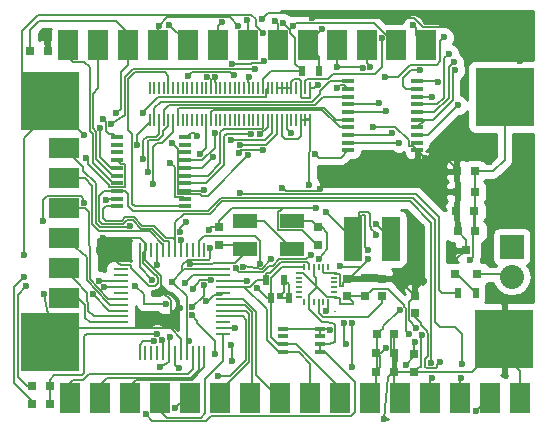
<source format=gbr>
G04 #@! TF.FileFunction,Copper,L1,Top,Signal*
%FSLAX46Y46*%
G04 Gerber Fmt 4.6, Leading zero omitted, Abs format (unit mm)*
G04 Created by KiCad (PCBNEW 4.0.2-stable) date 6/7/2016 9:19:05 AM*
%MOMM*%
G01*
G04 APERTURE LIST*
%ADD10C,0.100000*%
%ADD11R,0.500000X0.900000*%
%ADD12R,1.600000X3.700000*%
%ADD13R,0.800000X0.750000*%
%ADD14R,0.750000X0.800000*%
%ADD15R,0.797560X0.797560*%
%ADD16R,2.500000X1.700000*%
%ADD17R,1.700000X2.500000*%
%ADD18R,2.032000X2.032000*%
%ADD19O,2.032000X2.032000*%
%ADD20R,0.800100X0.800100*%
%ADD21R,0.990600X0.304800*%
%ADD22R,0.600000X0.230000*%
%ADD23R,0.230000X0.600000*%
%ADD24R,0.250000X1.300000*%
%ADD25R,1.300000X0.250000*%
%ADD26R,2.000000X1.300000*%
%ADD27R,0.198120X1.137920*%
%ADD28R,0.812800X0.355600*%
%ADD29R,5.000000X5.000000*%
%ADD30C,0.600000*%
%ADD31C,0.160000*%
%ADD32C,0.254000*%
G04 APERTURE END LIST*
D10*
D11*
X63380000Y-80690000D03*
X64880000Y-80690000D03*
X63790000Y-82170000D03*
X65290000Y-82170000D03*
D12*
X70710000Y-77190000D03*
X73910000Y-77190000D03*
D13*
X72710000Y-86820000D03*
X74210000Y-86820000D03*
X81040000Y-73180000D03*
X79540000Y-73180000D03*
X81080000Y-76540000D03*
X79580000Y-76540000D03*
X81020000Y-71440000D03*
X79520000Y-71440000D03*
X79482619Y-74825000D03*
X80982619Y-74825000D03*
D14*
X75970000Y-83480000D03*
X75970000Y-81980000D03*
X73210000Y-82040000D03*
X73210000Y-80540000D03*
X70200000Y-82040000D03*
X70200000Y-80540000D03*
D13*
X72710000Y-88450000D03*
X74210000Y-88450000D03*
X72720000Y-85190000D03*
X74220000Y-85190000D03*
D14*
X71750000Y-80520000D03*
X71750000Y-82020000D03*
X75930000Y-86900000D03*
X75930000Y-88400000D03*
X67750000Y-77670000D03*
X67750000Y-76170000D03*
X59340000Y-76200000D03*
X59340000Y-77700000D03*
D15*
X43400700Y-61300000D03*
X44899300Y-61300000D03*
X45029300Y-89630000D03*
X43530700Y-89630000D03*
X45049300Y-91150000D03*
X43550700Y-91150000D03*
D16*
X46275000Y-69485000D03*
X46275000Y-72025000D03*
X46275000Y-82185000D03*
X46275000Y-74565000D03*
X46275000Y-77105000D03*
X46275000Y-79645000D03*
D17*
X66900000Y-60755000D03*
X56740000Y-60755000D03*
X64360000Y-60755000D03*
X61820000Y-60755000D03*
X59280000Y-60755000D03*
X46600000Y-60775000D03*
X54220000Y-60775000D03*
X51680000Y-60775000D03*
X49140000Y-60775000D03*
X84890000Y-90615000D03*
X82350000Y-90615000D03*
X79810000Y-90615000D03*
X77270000Y-90615000D03*
X74730000Y-90615000D03*
X72190000Y-90615000D03*
X69650000Y-90615000D03*
X67110000Y-90615000D03*
X64570000Y-90615000D03*
X62030000Y-90615000D03*
X59490000Y-90615000D03*
X56950000Y-90615000D03*
X46790000Y-90615000D03*
X54410000Y-90615000D03*
X51870000Y-90615000D03*
X49330000Y-90615000D03*
D18*
X84160000Y-77840000D03*
D19*
X84160000Y-80380000D03*
D17*
X69346000Y-60767000D03*
X71886000Y-60767000D03*
D20*
X79350000Y-80150760D03*
X81250000Y-80150760D03*
X80300000Y-78151780D03*
D11*
X66380000Y-62940000D03*
X67880000Y-62940000D03*
X81100000Y-81750000D03*
X79600000Y-81750000D03*
D21*
X70312200Y-63825000D03*
X70312200Y-64475000D03*
X70312200Y-65125000D03*
X70312200Y-65775000D03*
X70312200Y-66425000D03*
X70312200Y-67075000D03*
X70312200Y-67725000D03*
X70312200Y-68375000D03*
X76147800Y-68375000D03*
X76147800Y-67725000D03*
X76147800Y-67075000D03*
X76147800Y-66425000D03*
X76147800Y-65775000D03*
X76147800Y-65125000D03*
X76147800Y-64475000D03*
X76147800Y-63825000D03*
X70312200Y-69025000D03*
X70312200Y-69675000D03*
X76147800Y-69025000D03*
X76147800Y-69675000D03*
X56537800Y-74405000D03*
X56537800Y-73755000D03*
X56537800Y-73105000D03*
X56537800Y-72455000D03*
X56537800Y-71805000D03*
X56537800Y-71155000D03*
X56537800Y-70505000D03*
X56537800Y-69855000D03*
X50702200Y-69855000D03*
X50702200Y-70505000D03*
X50702200Y-71155000D03*
X50702200Y-71805000D03*
X50702200Y-72455000D03*
X50702200Y-73105000D03*
X50702200Y-73755000D03*
X50702200Y-74405000D03*
X56537800Y-69205000D03*
X56537800Y-68555000D03*
X50702200Y-69205000D03*
X50702200Y-68555000D03*
D22*
X66110000Y-80050000D03*
X66110000Y-80450000D03*
X66110000Y-80850000D03*
X66110000Y-81250000D03*
X66110000Y-81650000D03*
X66110000Y-82050000D03*
D23*
X66610000Y-82550000D03*
X67010000Y-82550000D03*
X67410000Y-82550000D03*
X67810000Y-82550000D03*
X68210000Y-82550000D03*
X68610000Y-82550000D03*
D22*
X69110000Y-82050000D03*
X69110000Y-81650000D03*
X69110000Y-81250000D03*
X69110000Y-80850000D03*
X69110000Y-80450000D03*
X69110000Y-80050000D03*
D23*
X68610000Y-79550000D03*
X68210000Y-79550000D03*
X67810000Y-79550000D03*
X67410000Y-79550000D03*
X67010000Y-79550000D03*
X66610000Y-79550000D03*
D24*
X52650000Y-86840000D03*
X53150000Y-86840000D03*
X53650000Y-86840000D03*
X54150000Y-86840000D03*
X54650000Y-86840000D03*
X55150000Y-86840000D03*
X55650000Y-86840000D03*
X56150000Y-86840000D03*
X56650000Y-86840000D03*
X57150000Y-86840000D03*
X57650000Y-86840000D03*
X58150000Y-86840000D03*
D25*
X59750000Y-85240000D03*
X59750000Y-84740000D03*
X59750000Y-84240000D03*
X59750000Y-83740000D03*
X59750000Y-83240000D03*
X59750000Y-82740000D03*
X59750000Y-82240000D03*
X59750000Y-81740000D03*
X59750000Y-81240000D03*
X59750000Y-80740000D03*
X59750000Y-80240000D03*
X59750000Y-79740000D03*
D24*
X58150000Y-78140000D03*
X57650000Y-78140000D03*
X57150000Y-78140000D03*
X56650000Y-78140000D03*
X56150000Y-78140000D03*
X55650000Y-78140000D03*
X55150000Y-78140000D03*
X54650000Y-78140000D03*
X54150000Y-78140000D03*
X53650000Y-78140000D03*
X53150000Y-78140000D03*
X52650000Y-78140000D03*
D25*
X51050000Y-79740000D03*
X51050000Y-80240000D03*
X51050000Y-80740000D03*
X51050000Y-81240000D03*
X51050000Y-81740000D03*
X51050000Y-82240000D03*
X51050000Y-82740000D03*
X51050000Y-83240000D03*
X51050000Y-83740000D03*
X51050000Y-84240000D03*
X51050000Y-84740000D03*
X51050000Y-85240000D03*
D26*
X61560000Y-78060000D03*
X65560000Y-78060000D03*
X65560000Y-75660000D03*
X61560000Y-75660000D03*
D27*
X53497680Y-64428660D03*
X53497680Y-67067720D03*
X53899000Y-64428660D03*
X53899000Y-67067720D03*
X54297780Y-64428660D03*
X54297780Y-67067720D03*
X54699100Y-64428660D03*
X54699100Y-67067720D03*
X55097880Y-64428660D03*
X55097880Y-67067720D03*
X55499200Y-64428660D03*
X55499200Y-67067720D03*
X55897980Y-64428660D03*
X55897980Y-67067720D03*
X56299300Y-64428660D03*
X56299300Y-67067720D03*
X56698080Y-64428660D03*
X56698080Y-67067720D03*
X57099400Y-64428660D03*
X57099400Y-67067720D03*
X57498180Y-64428660D03*
X57498180Y-67067720D03*
X57899500Y-64428660D03*
X57899500Y-67067720D03*
X58298280Y-64428660D03*
X58298280Y-67067720D03*
X58699600Y-64428660D03*
X58699600Y-67067720D03*
X59098380Y-64428660D03*
X59098380Y-67067720D03*
X59499700Y-64428660D03*
X59499700Y-67067720D03*
X59898480Y-64428660D03*
X59898480Y-67067720D03*
X60299800Y-64428660D03*
X60299800Y-67067720D03*
X60698580Y-64428660D03*
X60698580Y-67067720D03*
X61099900Y-64428660D03*
X61099900Y-67067720D03*
X61498680Y-64428660D03*
X61498680Y-67067720D03*
X61900000Y-64428660D03*
X61900000Y-67067720D03*
X62298780Y-64428660D03*
X62298780Y-67067720D03*
X62697560Y-64428660D03*
X62697560Y-67067720D03*
X63098880Y-64428660D03*
X63098880Y-67067720D03*
X63497660Y-64428660D03*
X63497660Y-67067720D03*
X63898980Y-64428660D03*
X63898980Y-67067720D03*
X64297760Y-64428660D03*
X64297760Y-67067720D03*
X64699080Y-64428660D03*
X64699080Y-67067720D03*
X65097860Y-64428660D03*
X65097860Y-67067720D03*
X65499180Y-64428660D03*
X65499180Y-67067720D03*
X65897960Y-64428660D03*
X65897960Y-67067720D03*
X66299280Y-64428660D03*
X66299280Y-67067720D03*
X66698060Y-64428660D03*
X66698060Y-67067720D03*
X67099380Y-64428660D03*
X67099380Y-67067720D03*
D28*
X67919400Y-86740600D03*
X67919400Y-86080200D03*
X67919400Y-85419800D03*
X67919400Y-84759400D03*
X64820600Y-84759400D03*
X64820600Y-85419800D03*
X64820600Y-86080200D03*
X64820600Y-86740600D03*
D29*
X45030000Y-65480000D03*
X45110000Y-85930000D03*
X83560000Y-65150000D03*
X83510000Y-85660000D03*
D17*
X74360000Y-60775000D03*
X76900000Y-60775000D03*
D30*
X84900000Y-62120000D03*
X67950000Y-72950000D03*
X64750000Y-72820000D03*
X58080000Y-81050000D03*
X57130000Y-82930000D03*
X56080000Y-83030000D03*
X44590000Y-81860000D03*
X67720000Y-64130000D03*
X63060000Y-58550000D03*
X67210000Y-58460000D03*
X68110000Y-59380000D03*
X61000000Y-59150000D03*
X69590000Y-79440000D03*
X69950000Y-84270000D03*
X70160000Y-86110000D03*
X68770000Y-84850000D03*
X79375000Y-78994000D03*
X76708000Y-80772000D03*
X72390000Y-67691000D03*
X76835000Y-70358000D03*
X78232000Y-70358000D03*
X49530000Y-67056000D03*
X49210000Y-78110000D03*
X76073000Y-84709000D03*
X72009000Y-78867000D03*
X73370000Y-92430000D03*
X76581000Y-85344000D03*
X49530000Y-77089000D03*
X44840000Y-60460000D03*
X54290000Y-59140000D03*
X54500000Y-81740000D03*
X56520000Y-80890000D03*
X59060000Y-86880000D03*
X57080000Y-83640000D03*
X80645000Y-78994000D03*
X58630000Y-77940000D03*
X58510000Y-76410000D03*
X81160000Y-91770000D03*
X75180000Y-87870000D03*
X49770000Y-73880000D03*
X50680000Y-66550000D03*
X67040000Y-72640000D03*
X67564000Y-74549000D03*
X64516000Y-82042000D03*
X74676000Y-83185000D03*
X56800000Y-85830000D03*
X72200000Y-62630000D03*
X54130000Y-85240000D03*
X76420000Y-62880000D03*
X73490000Y-86420000D03*
X75980000Y-85860000D03*
X53730000Y-80660000D03*
X55410000Y-80780000D03*
X62610000Y-81350000D03*
X61750000Y-80730000D03*
X52290000Y-81140000D03*
X67140000Y-78500000D03*
X60780000Y-79660000D03*
X58710000Y-80640000D03*
X57160000Y-81370000D03*
X54850000Y-82700000D03*
X42870000Y-78570000D03*
X63080000Y-59700000D03*
X47910000Y-68400000D03*
X72644000Y-76835000D03*
X72009000Y-78105000D03*
X70612000Y-88011000D03*
X70612000Y-84328000D03*
X68453000Y-74930000D03*
X72644000Y-75946000D03*
X69342000Y-64389000D03*
X63110000Y-69680000D03*
X61070000Y-69860000D03*
X57531000Y-68453000D03*
X55245000Y-70739000D03*
X67510000Y-69980000D03*
X65470000Y-68210000D03*
X44450000Y-75692000D03*
X47970000Y-74110000D03*
X53170000Y-92010000D03*
X53880000Y-85840000D03*
X75438000Y-85217000D03*
X78105000Y-87630000D03*
X55970000Y-88100000D03*
X54560000Y-85710000D03*
X61450000Y-79530000D03*
X63760000Y-78900000D03*
X67820000Y-78870000D03*
X54420000Y-88010000D03*
X55190000Y-85470000D03*
X56950000Y-79320000D03*
X49670000Y-81240000D03*
X43060000Y-81200000D03*
X42830000Y-80410000D03*
X49230000Y-80700000D03*
X56130000Y-77240000D03*
X51830000Y-76050000D03*
X55660000Y-91520000D03*
X59280000Y-88820000D03*
X77380000Y-88960000D03*
X77340000Y-87700000D03*
X79830000Y-88930000D03*
X79950000Y-87780000D03*
X56750000Y-63360000D03*
X60610000Y-63280000D03*
X55180000Y-59040000D03*
X62870000Y-68320000D03*
X59600000Y-58830000D03*
X60410000Y-68800000D03*
X61770000Y-58640000D03*
X61140000Y-69210000D03*
X64110000Y-58690000D03*
X73160000Y-60200000D03*
X71540000Y-62740000D03*
X73430000Y-63450000D03*
X78410000Y-60110000D03*
X48670000Y-81820000D03*
X69410000Y-62610000D03*
X64800000Y-58890000D03*
X52959000Y-66548000D03*
X55372000Y-69088000D03*
X61849000Y-70104000D03*
X63150000Y-62080000D03*
X60450000Y-62320000D03*
X54120000Y-79340000D03*
X56090000Y-76610000D03*
X56600000Y-75710000D03*
X61170000Y-73300000D03*
X60740000Y-84700000D03*
X58293000Y-82423000D03*
X52440000Y-69180000D03*
X72960000Y-65680000D03*
X73540000Y-66330000D03*
X52950000Y-70410000D03*
X53370000Y-71490000D03*
X74050000Y-68230000D03*
X79600000Y-65860000D03*
X79370000Y-62900000D03*
X79250000Y-62210000D03*
X78820000Y-61480000D03*
X77370000Y-65130000D03*
X77930000Y-63860000D03*
X74620000Y-69030000D03*
X53790000Y-72560000D03*
X61890000Y-63480000D03*
X62120000Y-68260000D03*
X57770000Y-70010000D03*
X58140000Y-73010000D03*
X68470000Y-83290000D03*
X60460000Y-87550000D03*
X60380000Y-86180000D03*
X62810000Y-79260000D03*
X49290000Y-67790000D03*
X50230000Y-67440000D03*
X62440000Y-62780000D03*
X65670000Y-59130000D03*
X75819000Y-59055000D03*
X48133000Y-70358000D03*
X58320000Y-63440000D03*
X58880000Y-70230000D03*
X59070000Y-63450000D03*
X59000000Y-68230000D03*
D31*
X69240000Y-83270000D02*
X69210000Y-83240000D01*
X69240000Y-83280000D02*
X69240000Y-83270000D01*
X69220000Y-83260000D02*
X69240000Y-83280000D01*
X72720000Y-58460000D02*
X72730000Y-58450000D01*
X72730000Y-58450000D02*
X75880000Y-58450000D01*
X75880000Y-58450000D02*
X76690000Y-59260000D01*
X76690000Y-59260000D02*
X84290000Y-59260000D01*
X84290000Y-59260000D02*
X84900000Y-59870000D01*
X84900000Y-59870000D02*
X84900000Y-62120000D01*
X67950000Y-72950000D02*
X67790000Y-73110000D01*
X67790000Y-73110000D02*
X65040000Y-73110000D01*
X65040000Y-73110000D02*
X64750000Y-72820000D01*
X72720000Y-58460000D02*
X67210000Y-58460000D01*
X58070000Y-81250000D02*
X58070000Y-81060000D01*
X58070000Y-81060000D02*
X58080000Y-81050000D01*
X55280000Y-83270000D02*
X55840000Y-83270000D01*
X58070000Y-81990000D02*
X58070000Y-81250000D01*
X58070000Y-81250000D02*
X58070000Y-81240000D01*
X57130000Y-82930000D02*
X58070000Y-81990000D01*
X55840000Y-83270000D02*
X56080000Y-83030000D01*
X45110000Y-85930000D02*
X45110000Y-84230000D01*
X45110000Y-84230000D02*
X44742352Y-82759412D01*
X44742352Y-82759412D02*
X44590000Y-81860000D01*
X67099380Y-64428660D02*
X67421340Y-64428660D01*
X67421340Y-64428660D02*
X67720000Y-64130000D01*
X54500000Y-81740000D02*
X54650000Y-81740000D01*
X55280000Y-82370000D02*
X55280000Y-83270000D01*
X55280000Y-83270000D02*
X55280000Y-84740000D01*
X54650000Y-81740000D02*
X55280000Y-82370000D01*
X66800000Y-58050000D02*
X67210000Y-58460000D01*
X63560000Y-58050000D02*
X66800000Y-58050000D01*
X63060000Y-58550000D02*
X63560000Y-58050000D01*
X68110000Y-59380000D02*
X66900000Y-60590000D01*
X66900000Y-60590000D02*
X66900000Y-60755000D01*
X55010000Y-58420000D02*
X54290000Y-59140000D01*
X60270000Y-58420000D02*
X55010000Y-58420000D01*
X61000000Y-59150000D02*
X60270000Y-58420000D01*
X69726500Y-79576500D02*
X71426500Y-79576500D01*
X69590000Y-79440000D02*
X69726500Y-79576500D01*
X67919400Y-84759400D02*
X68679400Y-84759400D01*
X69950000Y-85900000D02*
X69950000Y-84270000D01*
X70160000Y-86110000D02*
X69950000Y-85900000D01*
X68679400Y-84759400D02*
X68770000Y-84850000D01*
X67919400Y-84759400D02*
X67919400Y-85419800D01*
X80300000Y-78151780D02*
X80264000Y-78105000D01*
X80264000Y-78105000D02*
X79375000Y-78994000D01*
X76708000Y-80772000D02*
X75946000Y-81534000D01*
X75946000Y-81534000D02*
X75946000Y-82042000D01*
X75946000Y-82042000D02*
X75970000Y-81980000D01*
X72390000Y-67691000D02*
X74295000Y-67691000D01*
X74295000Y-67691000D02*
X75438000Y-68834000D01*
X75438000Y-68834000D02*
X75438000Y-69342000D01*
X75438000Y-69342000D02*
X75819000Y-69342000D01*
X75819000Y-69342000D02*
X76200000Y-69723000D01*
X76200000Y-69723000D02*
X76147800Y-69675000D01*
X76147800Y-69675000D02*
X76200000Y-69723000D01*
X76200000Y-69723000D02*
X76835000Y-70358000D01*
X78232000Y-70358000D02*
X78613000Y-70358000D01*
X78613000Y-70358000D02*
X79502000Y-71247000D01*
X79502000Y-71247000D02*
X79502000Y-71501000D01*
X79502000Y-71501000D02*
X79520000Y-71440000D01*
X49530000Y-67056000D02*
X49784000Y-67310000D01*
X49784000Y-67310000D02*
X49784000Y-68072000D01*
X49784000Y-68072000D02*
X50038000Y-68326000D01*
X50038000Y-68326000D02*
X50419000Y-68326000D01*
X50419000Y-68326000D02*
X50673000Y-68580000D01*
X50673000Y-68580000D02*
X50702200Y-68555000D01*
X53150000Y-78140000D02*
X53213000Y-78105000D01*
X53213000Y-78105000D02*
X52959000Y-78359000D01*
X52959000Y-78359000D02*
X52959000Y-79248000D01*
X52959000Y-79248000D02*
X53848000Y-80137000D01*
X53848000Y-80137000D02*
X53975000Y-80137000D01*
X53975000Y-80137000D02*
X53975000Y-80264000D01*
X53975000Y-80264000D02*
X54102000Y-80264000D01*
X54102000Y-80264000D02*
X54102000Y-80391000D01*
X54102000Y-80391000D02*
X54229000Y-80391000D01*
X54229000Y-80391000D02*
X54229000Y-80899000D01*
X54229000Y-80899000D02*
X53975000Y-81153000D01*
X53975000Y-81153000D02*
X53467000Y-81153000D01*
X53467000Y-81153000D02*
X51943000Y-79629000D01*
X51943000Y-79629000D02*
X51943000Y-79375000D01*
X51943000Y-79375000D02*
X51054000Y-79375000D01*
X51054000Y-79375000D02*
X49210000Y-78110000D01*
X75970000Y-81980000D02*
X75946000Y-82042000D01*
X75946000Y-82042000D02*
X75438000Y-82550000D01*
X75438000Y-82550000D02*
X75438000Y-84074000D01*
X75438000Y-84074000D02*
X76073000Y-84709000D01*
X70200000Y-80540000D02*
X70231000Y-80518000D01*
X70231000Y-80518000D02*
X70358000Y-80518000D01*
X70358000Y-80518000D02*
X70612000Y-80264000D01*
X70739000Y-80264000D02*
X71426500Y-79576500D01*
X70612000Y-80264000D02*
X70739000Y-80264000D01*
X71426500Y-79576500D02*
X72009000Y-78994000D01*
X72009000Y-78994000D02*
X72009000Y-78867000D01*
X74210000Y-88450000D02*
X74168000Y-88392000D01*
X74168000Y-88392000D02*
X73660000Y-88900000D01*
X73660000Y-88900000D02*
X73370000Y-92430000D01*
X70200000Y-80540000D02*
X70231000Y-80518000D01*
X70231000Y-80518000D02*
X69850000Y-80899000D01*
X69850000Y-80899000D02*
X69850000Y-81153000D01*
X69850000Y-81153000D02*
X69596000Y-81153000D01*
X69596000Y-81153000D02*
X69596000Y-80137000D01*
X69596000Y-80137000D02*
X69215000Y-80137000D01*
X69215000Y-80137000D02*
X69088000Y-80010000D01*
X69088000Y-80010000D02*
X69110000Y-80050000D01*
X76581000Y-85344000D02*
X76454000Y-85471000D01*
X76454000Y-85471000D02*
X76454000Y-88011000D01*
X76454000Y-88011000D02*
X76327000Y-88011000D01*
X76327000Y-88011000D02*
X75946000Y-88392000D01*
X75946000Y-88392000D02*
X75930000Y-88400000D01*
X49530000Y-77089000D02*
X52705000Y-77089000D01*
X52705000Y-77089000D02*
X53213000Y-77597000D01*
X53213000Y-77597000D02*
X53213000Y-78105000D01*
X53213000Y-78105000D02*
X53150000Y-78140000D01*
X74210000Y-86820000D02*
X74168000Y-86868000D01*
X74168000Y-86868000D02*
X73914000Y-86614000D01*
X73914000Y-86614000D02*
X73914000Y-85598000D01*
X73914000Y-85598000D02*
X74168000Y-85344000D01*
X74168000Y-85344000D02*
X74168000Y-85217000D01*
X74168000Y-85217000D02*
X74220000Y-85190000D01*
X73210000Y-80540000D02*
X73152000Y-80518000D01*
X73152000Y-80518000D02*
X73025000Y-80518000D01*
X73025000Y-80518000D02*
X72771000Y-80264000D01*
X72771000Y-80264000D02*
X72009000Y-80264000D01*
X72009000Y-80264000D02*
X71755000Y-80518000D01*
X71755000Y-80518000D02*
X71750000Y-80520000D01*
X74210000Y-88450000D02*
X74210000Y-90095000D01*
X74210000Y-90095000D02*
X74730000Y-90615000D01*
X75930000Y-88400000D02*
X80770000Y-88400000D01*
X80770000Y-88400000D02*
X83510000Y-85660000D01*
X79540000Y-73180000D02*
X79540000Y-74767619D01*
X79540000Y-74767619D02*
X79482619Y-74825000D01*
X79520000Y-71440000D02*
X79520000Y-73160000D01*
X79520000Y-73160000D02*
X79540000Y-73180000D01*
X44899300Y-61300000D02*
X44899300Y-60519300D01*
X44899300Y-60519300D02*
X44840000Y-60460000D01*
X54220000Y-59210000D02*
X54220000Y-60775000D01*
X54290000Y-59140000D02*
X54220000Y-59210000D01*
X67880000Y-62940000D02*
X67880000Y-61735000D01*
X67880000Y-61735000D02*
X66900000Y-60755000D01*
X80300000Y-78151780D02*
X80300000Y-77260000D01*
X80300000Y-77260000D02*
X79580000Y-76540000D01*
X64820600Y-84759400D02*
X67919400Y-84759400D01*
X79520000Y-71440000D02*
X79520000Y-76480000D01*
X79520000Y-76480000D02*
X79580000Y-76540000D01*
X66299280Y-64428660D02*
X66299280Y-65129280D01*
X67099380Y-65190620D02*
X67099380Y-64428660D01*
X67070000Y-65220000D02*
X67099380Y-65190620D01*
X66390000Y-65220000D02*
X67070000Y-65220000D01*
X66299280Y-65129280D02*
X66390000Y-65220000D01*
X65499180Y-64428660D02*
X65499180Y-63900820D01*
X65499180Y-63900820D02*
X65730000Y-63670000D01*
X66299280Y-63829280D02*
X66299280Y-64428660D01*
X66140000Y-63670000D02*
X66299280Y-63829280D01*
X65730000Y-63670000D02*
X66140000Y-63670000D01*
X65097860Y-64428660D02*
X65499180Y-64428660D01*
X64699080Y-64428660D02*
X65097860Y-64428660D01*
X64297760Y-64428660D02*
X65499180Y-64428660D01*
X83510000Y-85660000D02*
X83510000Y-86950000D01*
X83510000Y-86950000D02*
X84890000Y-88330000D01*
X84890000Y-88330000D02*
X84890000Y-90615000D01*
X68210000Y-79550000D02*
X68210000Y-79970000D01*
X68290000Y-80050000D02*
X69110000Y-80050000D01*
X68210000Y-79970000D02*
X68290000Y-80050000D01*
X74210000Y-88450000D02*
X75880000Y-88450000D01*
X75880000Y-88450000D02*
X75930000Y-88400000D01*
X74220000Y-85190000D02*
X74220000Y-88440000D01*
X74220000Y-88440000D02*
X74210000Y-88450000D01*
X73210000Y-80540000D02*
X74530000Y-80540000D01*
X74530000Y-80540000D02*
X75970000Y-81980000D01*
X70200000Y-80540000D02*
X73210000Y-80540000D01*
X59750000Y-80240000D02*
X57170000Y-80240000D01*
X54500000Y-81740000D02*
X54500000Y-81910000D01*
X57170000Y-80240000D02*
X56520000Y-80890000D01*
X56150000Y-86840000D02*
X56150000Y-85610000D01*
X56150000Y-85610000D02*
X55280000Y-84740000D01*
X55280000Y-84740000D02*
X52170000Y-84740000D01*
X51050000Y-84740000D02*
X52170000Y-84740000D01*
X53150000Y-78940000D02*
X53150000Y-78140000D01*
X54500000Y-80290000D02*
X53150000Y-78940000D01*
X54500000Y-81910000D02*
X54500000Y-80290000D01*
X51050000Y-84740000D02*
X46300000Y-84740000D01*
X46300000Y-84740000D02*
X45110000Y-85930000D01*
X57550000Y-84330000D02*
X57550000Y-84110000D01*
X59060000Y-86880000D02*
X59020000Y-86840000D01*
X59020000Y-86840000D02*
X59020000Y-85800000D01*
X59020000Y-85800000D02*
X57550000Y-84330000D01*
X57550000Y-84110000D02*
X57080000Y-83640000D01*
X81080000Y-76540000D02*
X81026000Y-76581000D01*
X81026000Y-76581000D02*
X80899000Y-76708000D01*
X80899000Y-76708000D02*
X80899000Y-78740000D01*
X80899000Y-78740000D02*
X80645000Y-78994000D01*
X81020000Y-71440000D02*
X82580000Y-71440000D01*
X83560000Y-70460000D02*
X83560000Y-65150000D01*
X82580000Y-71440000D02*
X83560000Y-70460000D01*
X80982619Y-74825000D02*
X80982619Y-76442619D01*
X80982619Y-76442619D02*
X81080000Y-76540000D01*
X81020000Y-71440000D02*
X81020000Y-73160000D01*
X81020000Y-73160000D02*
X81040000Y-73180000D01*
X81020000Y-71440000D02*
X81020000Y-76480000D01*
X81020000Y-76480000D02*
X81080000Y-76540000D01*
X64820600Y-86740600D02*
X66110600Y-86740600D01*
X67110000Y-87740000D02*
X67110000Y-90615000D01*
X66110600Y-86740600D02*
X67110000Y-87740000D01*
X64820600Y-86740600D02*
X64430600Y-86740600D01*
X64430600Y-86740600D02*
X63400000Y-85710000D01*
X63400000Y-85710000D02*
X63400000Y-83110000D01*
X63400000Y-83110000D02*
X61530000Y-81240000D01*
X67010000Y-79550000D02*
X67010000Y-79270000D01*
X67010000Y-79270000D02*
X66830000Y-79090000D01*
X66830000Y-79090000D02*
X64630000Y-79090000D01*
X64630000Y-79090000D02*
X63660000Y-80060000D01*
X63660000Y-80060000D02*
X63390000Y-80060000D01*
X63390000Y-80060000D02*
X63380000Y-80070000D01*
X63380000Y-80070000D02*
X63380000Y-80690000D01*
X59750000Y-81240000D02*
X61530000Y-81240000D01*
X61530000Y-81240000D02*
X62030000Y-81240000D01*
X62580000Y-80690000D02*
X63380000Y-80690000D01*
X62030000Y-81240000D02*
X62580000Y-80690000D01*
X59340000Y-76200000D02*
X58720000Y-76200000D01*
X56270000Y-79390000D02*
X56270000Y-79920000D01*
X56740000Y-78920000D02*
X56270000Y-79390000D01*
X58490000Y-78920000D02*
X56740000Y-78920000D01*
X58640000Y-78770000D02*
X58490000Y-78920000D01*
X58640000Y-77950000D02*
X58640000Y-78770000D01*
X58630000Y-77940000D02*
X58640000Y-77950000D01*
X58720000Y-76200000D02*
X58510000Y-76410000D01*
X59340000Y-76200000D02*
X59340000Y-75690000D01*
X60481000Y-74549000D02*
X64770000Y-74549000D01*
X59340000Y-75690000D02*
X60481000Y-74549000D01*
X64880000Y-80690000D02*
X64880000Y-81678000D01*
X64880000Y-81678000D02*
X64516000Y-82042000D01*
X75930000Y-86900000D02*
X75930000Y-87120000D01*
X75930000Y-87120000D02*
X75180000Y-87870000D01*
X81160000Y-91770000D02*
X82315000Y-90615000D01*
X82315000Y-90615000D02*
X82350000Y-90615000D01*
X49895000Y-73755000D02*
X50702200Y-73755000D01*
X49770000Y-73880000D02*
X49895000Y-73755000D01*
X51680000Y-60775000D02*
X51680000Y-62480000D01*
X51080000Y-66150000D02*
X50680000Y-66550000D01*
X51080000Y-63080000D02*
X51080000Y-66150000D01*
X51680000Y-62480000D02*
X51080000Y-63080000D01*
X67099380Y-67067720D02*
X67056000Y-67056000D01*
X67056000Y-67056000D02*
X67040000Y-72640000D01*
X67564000Y-74549000D02*
X64770000Y-74549000D01*
X64770000Y-74549000D02*
X64516000Y-74803000D01*
X64516000Y-74803000D02*
X64389000Y-74803000D01*
X64389000Y-74803000D02*
X64389000Y-76454000D01*
X64389000Y-76454000D02*
X66421000Y-76454000D01*
X66421000Y-76454000D02*
X67691000Y-77724000D01*
X67691000Y-77724000D02*
X67750000Y-77670000D01*
X65290000Y-82170000D02*
X65278000Y-82169000D01*
X65278000Y-82169000D02*
X64643000Y-82169000D01*
X64643000Y-82169000D02*
X64516000Y-82042000D01*
X74676000Y-83185000D02*
X73279000Y-84582000D01*
X73279000Y-84582000D02*
X73279000Y-84836000D01*
X73279000Y-84836000D02*
X73152000Y-84836000D01*
X73152000Y-84836000D02*
X72771000Y-85217000D01*
X72771000Y-85217000D02*
X72720000Y-85190000D01*
X64880000Y-80690000D02*
X64897000Y-80645000D01*
X64897000Y-80645000D02*
X65278000Y-81026000D01*
X65278000Y-81026000D02*
X65278000Y-82169000D01*
X65278000Y-82169000D02*
X65290000Y-82170000D01*
X72710000Y-86820000D02*
X72771000Y-86868000D01*
X72771000Y-86868000D02*
X73025000Y-87122000D01*
X73025000Y-87122000D02*
X73025000Y-88011000D01*
X73025000Y-88011000D02*
X72771000Y-88265000D01*
X72771000Y-88265000D02*
X72771000Y-88392000D01*
X72771000Y-88392000D02*
X72710000Y-88450000D01*
X66698060Y-67067720D02*
X66675000Y-67056000D01*
X66675000Y-67056000D02*
X67056000Y-67056000D01*
X67056000Y-67056000D02*
X67099380Y-67067720D01*
X72710000Y-88450000D02*
X72710000Y-90095000D01*
X72710000Y-90095000D02*
X72190000Y-90615000D01*
X56790000Y-85840000D02*
X56650000Y-85800000D01*
X56800000Y-85830000D02*
X56790000Y-85840000D01*
X71886000Y-60767000D02*
X71886000Y-62316000D01*
X71886000Y-62316000D02*
X72200000Y-62630000D01*
X51680000Y-60775000D02*
X51680000Y-59730000D01*
X51680000Y-59730000D02*
X50650000Y-58700000D01*
X50650000Y-58700000D02*
X44150000Y-58700000D01*
X44150000Y-58700000D02*
X43400700Y-59449300D01*
X43400700Y-59449300D02*
X43400700Y-61300000D01*
X51050000Y-85240000D02*
X54130000Y-85240000D01*
X76147800Y-64475000D02*
X75225000Y-64475000D01*
X75630000Y-62880000D02*
X76420000Y-62880000D01*
X74950000Y-63560000D02*
X75630000Y-62880000D01*
X74950000Y-64200000D02*
X74950000Y-63560000D01*
X75225000Y-64475000D02*
X74950000Y-64200000D01*
X66299280Y-67067720D02*
X66299280Y-68450720D01*
X64699080Y-68459080D02*
X64699080Y-67067720D01*
X64950000Y-68710000D02*
X64699080Y-68459080D01*
X66040000Y-68710000D02*
X64950000Y-68710000D01*
X66299280Y-68450720D02*
X66040000Y-68710000D01*
X67099380Y-67067720D02*
X66422280Y-67067720D01*
X66422280Y-67067720D02*
X66299280Y-67067720D01*
X72710000Y-86820000D02*
X73090000Y-86820000D01*
X73090000Y-86820000D02*
X73490000Y-86420000D01*
X75980000Y-85860000D02*
X75930000Y-85910000D01*
X75930000Y-85910000D02*
X75930000Y-86900000D01*
X72720000Y-85190000D02*
X72720000Y-88440000D01*
X72720000Y-88440000D02*
X72710000Y-88450000D01*
X56650000Y-86840000D02*
X56650000Y-85800000D01*
X56650000Y-85800000D02*
X56650000Y-82020000D01*
X56650000Y-82020000D02*
X55410000Y-80780000D01*
X52650000Y-78140000D02*
X52650000Y-79580000D01*
X52650000Y-79580000D02*
X53730000Y-80660000D01*
X56450000Y-79740000D02*
X59750000Y-79740000D01*
X56270000Y-79920000D02*
X56450000Y-79740000D01*
X55410000Y-80780000D02*
X56270000Y-79920000D01*
X45029300Y-89630000D02*
X45029300Y-91130000D01*
X45029300Y-91130000D02*
X45049300Y-91150000D01*
X51050000Y-85240000D02*
X48180000Y-85240000D01*
X45029300Y-89100700D02*
X45029300Y-89630000D01*
X45410000Y-88720000D02*
X45029300Y-89100700D01*
X47770000Y-88720000D02*
X45410000Y-88720000D01*
X47990000Y-88500000D02*
X47770000Y-88720000D01*
X47990000Y-85430000D02*
X47990000Y-88500000D01*
X48180000Y-85240000D02*
X47990000Y-85430000D01*
X64820600Y-86080200D02*
X65930200Y-86080200D01*
X65930200Y-86080200D02*
X69650000Y-89800000D01*
X69650000Y-89800000D02*
X69650000Y-90615000D01*
X64820600Y-86080200D02*
X64410200Y-86080200D01*
X63790000Y-85460000D02*
X63790000Y-82170000D01*
X64410200Y-86080200D02*
X63790000Y-85460000D01*
X66610000Y-79550000D02*
X64680000Y-79550000D01*
X63790000Y-80440000D02*
X63790000Y-82170000D01*
X64680000Y-79550000D02*
X63790000Y-80440000D01*
X59750000Y-80740000D02*
X61740000Y-80740000D01*
X63430000Y-82170000D02*
X63790000Y-82170000D01*
X62610000Y-81350000D02*
X63430000Y-82170000D01*
X61740000Y-80740000D02*
X61750000Y-80730000D01*
X53020000Y-82660000D02*
X54810000Y-82660000D01*
X52290000Y-81140000D02*
X53020000Y-81870000D01*
X53020000Y-81870000D02*
X53020000Y-82660000D01*
X66750000Y-78890000D02*
X67140000Y-78500000D01*
X64470000Y-78890000D02*
X66750000Y-78890000D01*
X63920000Y-79440000D02*
X64470000Y-78890000D01*
X63620000Y-79440000D02*
X63920000Y-79440000D01*
X63100000Y-79960000D02*
X63620000Y-79440000D01*
X61080000Y-79960000D02*
X63100000Y-79960000D01*
X60780000Y-79660000D02*
X61080000Y-79960000D01*
X57732293Y-80608596D02*
X58710000Y-80640000D01*
X57160000Y-81370000D02*
X57732293Y-80608596D01*
X54810000Y-82660000D02*
X54850000Y-82700000D01*
X45030000Y-65480000D02*
X45030000Y-66490000D01*
X45030000Y-66490000D02*
X42870000Y-68650000D01*
X42870000Y-68650000D02*
X42870000Y-78570000D01*
X42660000Y-59570000D02*
X42660000Y-63110000D01*
X44050000Y-58180000D02*
X42660000Y-59570000D01*
X62110000Y-58180000D02*
X44050000Y-58180000D01*
X62510000Y-58580000D02*
X62110000Y-58180000D01*
X62510000Y-59130000D02*
X62510000Y-58580000D01*
X63080000Y-59700000D02*
X62510000Y-59130000D01*
X42660000Y-63110000D02*
X45030000Y-65480000D01*
X45030000Y-65480000D02*
X45030000Y-65520000D01*
X45030000Y-65520000D02*
X47910000Y-68400000D01*
X70710000Y-77190000D02*
X70739000Y-77216000D01*
X70739000Y-77216000D02*
X71247000Y-76708000D01*
X71247000Y-76708000D02*
X71247000Y-74930000D01*
X71247000Y-74930000D02*
X72009000Y-74930000D01*
X72009000Y-74930000D02*
X72136000Y-75057000D01*
X72136000Y-75057000D02*
X72136000Y-76073000D01*
X72136000Y-76073000D02*
X72263000Y-76200000D01*
X72263000Y-76200000D02*
X72263000Y-76327000D01*
X72263000Y-76327000D02*
X72644000Y-76708000D01*
X72644000Y-76708000D02*
X72644000Y-76835000D01*
X72009000Y-78105000D02*
X71755000Y-77851000D01*
X71755000Y-77851000D02*
X71755000Y-75184000D01*
X71755000Y-75184000D02*
X71501000Y-75184000D01*
X71501000Y-75184000D02*
X70739000Y-75946000D01*
X70739000Y-75946000D02*
X70739000Y-77216000D01*
X70739000Y-77216000D02*
X70710000Y-77190000D01*
X70612000Y-88011000D02*
X70612000Y-84328000D01*
X70710000Y-77190000D02*
X70739000Y-77216000D01*
X70739000Y-77216000D02*
X68453000Y-74930000D01*
X72644000Y-75946000D02*
X73914000Y-77216000D01*
X73914000Y-77216000D02*
X73910000Y-77190000D01*
X69977000Y-64135000D02*
X70358000Y-64516000D01*
X69342000Y-64389000D02*
X69596000Y-64135000D01*
X69596000Y-64135000D02*
X69977000Y-64135000D01*
X61250000Y-69680000D02*
X63110000Y-69680000D01*
X61070000Y-69860000D02*
X61250000Y-69680000D01*
X56537800Y-68555000D02*
X56515000Y-68580000D01*
X56515000Y-68580000D02*
X56642000Y-68580000D01*
X56642000Y-68580000D02*
X57023000Y-68199000D01*
X57023000Y-68199000D02*
X57277000Y-68199000D01*
X57277000Y-68199000D02*
X57531000Y-68453000D01*
X55245000Y-70739000D02*
X55626000Y-71120000D01*
X55626000Y-71120000D02*
X55626000Y-73660000D01*
X55626000Y-73660000D02*
X56388000Y-73660000D01*
X56388000Y-73660000D02*
X56515000Y-73787000D01*
X56515000Y-73787000D02*
X56537800Y-73755000D01*
X70358000Y-64516000D02*
X70312200Y-64475000D01*
X69667200Y-70320000D02*
X70312200Y-69675000D01*
X67850000Y-70320000D02*
X69667200Y-70320000D01*
X67510000Y-69980000D02*
X67850000Y-70320000D01*
X65097860Y-67067720D02*
X65097860Y-67837860D01*
X65097860Y-67837860D02*
X65470000Y-68210000D01*
X44450000Y-73914000D02*
X44450000Y-75692000D01*
X44831000Y-73533000D02*
X44450000Y-73914000D01*
X47752000Y-73533000D02*
X44831000Y-73533000D01*
X47970000Y-74110000D02*
X47752000Y-73533000D01*
X70880000Y-89310000D02*
X68310600Y-86740600D01*
X70880000Y-91810000D02*
X70880000Y-89310000D01*
X70520000Y-92170000D02*
X70880000Y-91810000D01*
X58700000Y-92170000D02*
X70520000Y-92170000D01*
X58300000Y-92570000D02*
X58700000Y-92170000D01*
X53730000Y-92570000D02*
X58300000Y-92570000D01*
X53170000Y-92010000D02*
X53730000Y-92570000D01*
X68310600Y-86740600D02*
X67919400Y-86740600D01*
X52650000Y-86840000D02*
X52650000Y-86120000D01*
X52930000Y-85840000D02*
X53880000Y-85840000D01*
X52650000Y-86120000D02*
X52930000Y-85840000D01*
X67600000Y-81150000D02*
X67600000Y-80510000D01*
X67410000Y-80320000D02*
X67410000Y-79550000D01*
X67600000Y-80510000D02*
X67410000Y-80320000D01*
X75438000Y-85217000D02*
X75184000Y-84963000D01*
X75184000Y-84963000D02*
X75184000Y-83058000D01*
X75184000Y-83058000D02*
X75057000Y-82931000D01*
X75057000Y-82931000D02*
X75057000Y-82804000D01*
X75057000Y-82804000D02*
X73787000Y-81534000D01*
X73787000Y-81534000D02*
X73787000Y-81407000D01*
X73787000Y-81407000D02*
X72390000Y-81407000D01*
X72390000Y-81407000D02*
X71755000Y-82042000D01*
X71755000Y-82042000D02*
X71750000Y-82020000D01*
X78105000Y-87630000D02*
X77851000Y-87884000D01*
X77851000Y-87884000D02*
X77851000Y-88011000D01*
X77851000Y-88011000D02*
X77724000Y-88138000D01*
X77724000Y-88138000D02*
X76962000Y-88138000D01*
X76962000Y-88138000D02*
X76835000Y-88011000D01*
X76835000Y-88011000D02*
X76835000Y-87376000D01*
X76835000Y-87376000D02*
X77089000Y-87122000D01*
X77089000Y-87122000D02*
X77089000Y-85217000D01*
X77089000Y-85217000D02*
X76962000Y-85090000D01*
X76962000Y-85090000D02*
X76962000Y-84963000D01*
X76962000Y-84963000D02*
X76454000Y-84455000D01*
X76454000Y-84455000D02*
X76454000Y-84328000D01*
X76454000Y-84328000D02*
X75946000Y-83820000D01*
X75946000Y-83820000D02*
X75946000Y-83439000D01*
X75946000Y-83439000D02*
X75970000Y-83480000D01*
X70200000Y-82040000D02*
X70231000Y-82042000D01*
X70231000Y-82042000D02*
X70612000Y-82423000D01*
X70612000Y-82423000D02*
X70739000Y-82423000D01*
X70739000Y-82423000D02*
X70739000Y-82677000D01*
X70739000Y-82677000D02*
X69596000Y-82677000D01*
X69596000Y-82677000D02*
X69596000Y-82169000D01*
X69596000Y-82169000D02*
X69215000Y-82169000D01*
X69215000Y-82169000D02*
X69088000Y-82042000D01*
X69088000Y-82042000D02*
X69110000Y-82050000D01*
X67919400Y-86080200D02*
X67919400Y-86740600D01*
X67010000Y-82550000D02*
X67010000Y-83140000D01*
X68659800Y-86080200D02*
X67919400Y-86080200D01*
X69230000Y-85860000D02*
X68659800Y-86080200D01*
X69192068Y-84400726D02*
X69230000Y-85860000D01*
X68490000Y-84220000D02*
X69192068Y-84400726D01*
X68090000Y-84220000D02*
X68490000Y-84220000D01*
X67010000Y-83140000D02*
X68090000Y-84220000D01*
X67010000Y-82550000D02*
X67010000Y-81920000D01*
X67010000Y-81920000D02*
X67690000Y-81240000D01*
X66110000Y-80050000D02*
X66500000Y-80050000D01*
X68500000Y-82050000D02*
X69110000Y-82050000D01*
X66500000Y-80050000D02*
X67600000Y-81150000D01*
X67600000Y-81150000D02*
X67690000Y-81240000D01*
X67690000Y-81240000D02*
X68500000Y-82050000D01*
X70200000Y-82040000D02*
X71730000Y-82040000D01*
X71730000Y-82040000D02*
X71750000Y-82020000D01*
X55650000Y-87840000D02*
X55650000Y-86840000D01*
X55970000Y-88100000D02*
X55650000Y-87840000D01*
X67750000Y-76170000D02*
X68080000Y-76170000D01*
X68080000Y-76170000D02*
X68560000Y-76650000D01*
X54650000Y-85800000D02*
X54650000Y-86840000D01*
X54560000Y-85710000D02*
X54650000Y-85800000D01*
X61530000Y-79450000D02*
X61450000Y-79530000D01*
X63023867Y-79736478D02*
X61530000Y-79450000D01*
X63760000Y-78900000D02*
X63023867Y-79736478D01*
X67860000Y-78870000D02*
X67820000Y-78870000D01*
X68560000Y-78050000D02*
X67860000Y-78870000D01*
X68560000Y-76650000D02*
X68560000Y-78050000D01*
X65560000Y-75660000D02*
X67240000Y-75660000D01*
X67240000Y-75660000D02*
X67750000Y-76170000D01*
X55150000Y-87560000D02*
X55150000Y-86840000D01*
X54420000Y-88010000D02*
X55150000Y-87560000D01*
X61560000Y-78060000D02*
X61560000Y-78370000D01*
X61560000Y-78370000D02*
X60720000Y-79210000D01*
X55150000Y-85510000D02*
X55150000Y-86840000D01*
X55190000Y-85470000D02*
X55150000Y-85510000D01*
X60720000Y-79210000D02*
X56950000Y-79320000D01*
X59340000Y-77700000D02*
X61200000Y-77700000D01*
X61200000Y-77700000D02*
X61560000Y-78060000D01*
X43530700Y-89630000D02*
X43120000Y-89630000D01*
X49690000Y-81260000D02*
X51050000Y-81240000D01*
X49670000Y-81240000D02*
X49690000Y-81260000D01*
X42330000Y-81930000D02*
X43060000Y-81200000D01*
X42330000Y-88840000D02*
X42330000Y-81930000D01*
X43120000Y-89630000D02*
X42330000Y-88840000D01*
X43550700Y-91150000D02*
X43550700Y-90900700D01*
X43550700Y-90900700D02*
X42020000Y-89370000D01*
X42020000Y-89370000D02*
X42020000Y-81220000D01*
X42020000Y-81220000D02*
X42830000Y-80410000D01*
X49230000Y-80700000D02*
X49970000Y-80740000D01*
X49970000Y-80740000D02*
X51050000Y-80740000D01*
X56150000Y-78140000D02*
X56150000Y-77570000D01*
X56150000Y-77570000D02*
X56130000Y-77240000D01*
X51830000Y-76050000D02*
X51710000Y-76170000D01*
X51710000Y-76170000D02*
X49320000Y-76170000D01*
X49320000Y-76170000D02*
X48980000Y-75830000D01*
X48980000Y-75830000D02*
X48980000Y-72470000D01*
X48980000Y-72470000D02*
X47890000Y-71380000D01*
X47890000Y-71380000D02*
X47890000Y-71100000D01*
X47890000Y-71100000D02*
X46275000Y-69485000D01*
X54650000Y-78140000D02*
X54650000Y-77660000D01*
X54650000Y-77660000D02*
X53520000Y-76530000D01*
X53520000Y-76530000D02*
X49230000Y-76530000D01*
X49230000Y-76530000D02*
X48650000Y-75950000D01*
X48650000Y-75950000D02*
X48650000Y-72660000D01*
X48650000Y-72660000D02*
X48015000Y-72025000D01*
X48015000Y-72025000D02*
X46275000Y-72025000D01*
X51050000Y-82240000D02*
X50010000Y-82240000D01*
X47995000Y-74565000D02*
X46275000Y-74565000D01*
X48330000Y-74900000D02*
X47995000Y-74565000D01*
X48490000Y-80570000D02*
X48330000Y-74900000D01*
X50010000Y-82240000D02*
X48490000Y-80570000D01*
X49893200Y-82472711D02*
X49893200Y-82473200D01*
X49893200Y-82472711D02*
X48220000Y-80650000D01*
X48220000Y-80650000D02*
X48210000Y-78670000D01*
X46275000Y-77105000D02*
X48210000Y-78670000D01*
X50160000Y-82740000D02*
X51050000Y-82740000D01*
X49893200Y-82473200D02*
X50160000Y-82740000D01*
X51050000Y-83740000D02*
X48820000Y-83740000D01*
X48191470Y-81710805D02*
X46275000Y-79645000D01*
X48278136Y-83256741D02*
X48191470Y-81710805D01*
X48820000Y-83740000D02*
X48278136Y-83256741D01*
X51050000Y-84240000D02*
X48420000Y-84240000D01*
X48020000Y-82760000D02*
X47445000Y-82185000D01*
X48020000Y-83840000D02*
X48020000Y-82760000D01*
X48420000Y-84240000D02*
X48020000Y-83840000D01*
X47445000Y-82185000D02*
X46275000Y-82185000D01*
X46790000Y-90615000D02*
X46790000Y-89350000D01*
X57150000Y-88190000D02*
X57150000Y-86840000D01*
X56720000Y-88620000D02*
X57150000Y-88190000D01*
X48370000Y-88620000D02*
X56720000Y-88620000D01*
X47900000Y-89090000D02*
X48370000Y-88620000D01*
X47050000Y-89090000D02*
X47900000Y-89090000D01*
X46790000Y-89350000D02*
X47050000Y-89090000D01*
X49330000Y-90615000D02*
X49330000Y-89510000D01*
X49330000Y-89510000D02*
X49930000Y-88910000D01*
X49930000Y-88910000D02*
X56980000Y-88910000D01*
X56980000Y-88910000D02*
X57650000Y-88240000D01*
X57650000Y-88240000D02*
X57650000Y-86840000D01*
X51870000Y-90615000D02*
X51870000Y-89600000D01*
X51870000Y-89600000D02*
X52350000Y-89120000D01*
X52350000Y-89120000D02*
X57070000Y-89120000D01*
X57070000Y-89120000D02*
X58150000Y-88040000D01*
X58150000Y-88040000D02*
X58150000Y-86840000D01*
X59750000Y-85240000D02*
X59750000Y-87470000D01*
X54980000Y-92320000D02*
X54410000Y-91750000D01*
X57820000Y-92320000D02*
X54980000Y-92320000D01*
X58190000Y-91950000D02*
X57820000Y-92320000D01*
X58190000Y-89030000D02*
X58190000Y-91950000D01*
X59750000Y-87470000D02*
X58190000Y-89030000D01*
X54410000Y-91750000D02*
X54410000Y-90615000D01*
X59750000Y-83740000D02*
X61370000Y-83740000D01*
X55660000Y-91520000D02*
X56565000Y-90615000D01*
X60320000Y-88820000D02*
X59280000Y-88820000D01*
X61690000Y-87450000D02*
X60320000Y-88820000D01*
X61690000Y-84060000D02*
X61690000Y-87450000D01*
X61370000Y-83740000D02*
X61690000Y-84060000D01*
X56565000Y-90615000D02*
X56950000Y-90615000D01*
X59750000Y-83240000D02*
X61660000Y-83240000D01*
X61940000Y-87570000D02*
X59490000Y-90020000D01*
X61940000Y-83520000D02*
X61940000Y-87570000D01*
X61660000Y-83240000D02*
X61940000Y-83520000D01*
X59490000Y-90020000D02*
X59490000Y-90615000D01*
X59750000Y-82740000D02*
X61590000Y-82740000D01*
X62180000Y-83330000D02*
X62180000Y-90465000D01*
X61590000Y-82740000D02*
X62180000Y-83330000D01*
X62180000Y-90465000D02*
X62030000Y-90615000D01*
X59750000Y-82240000D02*
X61420000Y-82240000D01*
X62510000Y-88670000D02*
X64455000Y-90615000D01*
X62510000Y-83330000D02*
X62510000Y-88670000D01*
X61420000Y-82240000D02*
X62510000Y-83330000D01*
X64455000Y-90615000D02*
X64570000Y-90615000D01*
X55650000Y-78140000D02*
X55650000Y-75780000D01*
X77270000Y-89070000D02*
X77270000Y-90615000D01*
X77380000Y-88960000D02*
X77270000Y-89070000D01*
X77340000Y-75790000D02*
X77340000Y-87700000D01*
X75540000Y-73990000D02*
X77340000Y-75790000D01*
X59640000Y-73990000D02*
X75540000Y-73990000D01*
X58590000Y-75040000D02*
X59640000Y-73990000D01*
X56390000Y-75040000D02*
X58590000Y-75040000D01*
X55650000Y-75780000D02*
X56390000Y-75040000D01*
X50702200Y-74405000D02*
X49775000Y-74405000D01*
X55650000Y-77260000D02*
X55650000Y-78140000D01*
X55470000Y-77080000D02*
X55650000Y-77260000D01*
X54930000Y-77080000D02*
X55470000Y-77080000D01*
X53910000Y-76060000D02*
X54930000Y-77080000D01*
X52850000Y-76060000D02*
X53910000Y-76060000D01*
X52140000Y-75350000D02*
X52850000Y-76060000D01*
X51430000Y-75350000D02*
X52140000Y-75350000D01*
X51130000Y-75650000D02*
X51430000Y-75350000D01*
X49800000Y-75650000D02*
X51130000Y-75650000D01*
X49550000Y-75400000D02*
X49800000Y-75650000D01*
X49550000Y-74630000D02*
X49550000Y-75400000D01*
X49775000Y-74405000D02*
X49550000Y-74630000D01*
X77650000Y-84060000D02*
X77650000Y-84200000D01*
X79810000Y-88950000D02*
X79810000Y-90615000D01*
X79830000Y-88930000D02*
X79810000Y-88950000D01*
X79950000Y-85190000D02*
X79950000Y-87780000D01*
X79360000Y-84600000D02*
X79950000Y-85190000D01*
X78050000Y-84600000D02*
X79360000Y-84600000D01*
X77650000Y-84200000D02*
X78050000Y-84600000D01*
X50702200Y-73105000D02*
X51385000Y-73105000D01*
X51385000Y-73105000D02*
X51690000Y-73410000D01*
X51690000Y-73410000D02*
X51690000Y-74410000D01*
X51690000Y-74410000D02*
X52080000Y-74800000D01*
X52080000Y-74800000D02*
X58410000Y-74800000D01*
X58410000Y-74800000D02*
X59510000Y-73700000D01*
X59510000Y-73700000D02*
X75790000Y-73700000D01*
X75790000Y-73700000D02*
X77650000Y-75560000D01*
X77650000Y-75560000D02*
X77650000Y-84060000D01*
X77650000Y-84060000D02*
X77650000Y-84080000D01*
X50702200Y-73105000D02*
X49635000Y-73105000D01*
X55150000Y-77420000D02*
X55150000Y-78140000D01*
X55050000Y-77320000D02*
X55150000Y-77420000D01*
X54760000Y-77320000D02*
X55050000Y-77320000D01*
X53740000Y-76300000D02*
X54760000Y-77320000D01*
X52750000Y-76300000D02*
X53740000Y-76300000D01*
X52060000Y-75610000D02*
X52750000Y-76300000D01*
X51550000Y-75610000D02*
X52060000Y-75610000D01*
X51260000Y-75900000D02*
X51550000Y-75610000D01*
X49470000Y-75900000D02*
X51260000Y-75900000D01*
X49240000Y-75670000D02*
X49470000Y-75900000D01*
X49240000Y-73500000D02*
X49240000Y-75670000D01*
X49635000Y-73105000D02*
X49240000Y-73500000D01*
X57100000Y-63010000D02*
X56750000Y-63360000D01*
X60340000Y-63010000D02*
X57100000Y-63010000D01*
X60610000Y-63280000D02*
X60340000Y-63010000D01*
X55180000Y-59040000D02*
X56740000Y-60600000D01*
X56740000Y-60600000D02*
X56740000Y-60755000D01*
X63497660Y-67067720D02*
X63497660Y-67692340D01*
X63497660Y-67692340D02*
X62870000Y-68320000D01*
X63898980Y-67067720D02*
X63898980Y-68181020D01*
X59280000Y-59150000D02*
X59280000Y-60755000D01*
X59600000Y-58830000D02*
X59280000Y-59150000D01*
X63280000Y-68800000D02*
X60410000Y-68800000D01*
X63898980Y-68181020D02*
X63280000Y-68800000D01*
X64297760Y-67067720D02*
X64297760Y-68302240D01*
X61820000Y-58690000D02*
X61820000Y-60755000D01*
X61770000Y-58640000D02*
X61820000Y-58690000D01*
X63390000Y-69210000D02*
X61140000Y-69210000D01*
X64297760Y-68302240D02*
X63390000Y-69210000D01*
X64110000Y-58690000D02*
X64360000Y-58940000D01*
X64360000Y-60755000D02*
X64360000Y-58940000D01*
X66698060Y-64428660D02*
X66698060Y-63761940D01*
X73160000Y-62640000D02*
X73160000Y-60200000D01*
X72600000Y-63200000D02*
X73160000Y-62640000D01*
X69070000Y-63200000D02*
X72600000Y-63200000D01*
X68620000Y-63650000D02*
X69070000Y-63200000D01*
X66810000Y-63650000D02*
X68620000Y-63650000D01*
X66698060Y-63761940D02*
X66810000Y-63650000D01*
X50702200Y-72455000D02*
X50405000Y-72455000D01*
X50405000Y-72455000D02*
X48670000Y-70720000D01*
X48670000Y-70720000D02*
X48670000Y-68280000D01*
X48670000Y-68280000D02*
X48420000Y-68030000D01*
X48420000Y-68030000D02*
X48420000Y-62640000D01*
X48420000Y-62640000D02*
X47980000Y-62200000D01*
X47980000Y-62200000D02*
X47020000Y-62200000D01*
X47020000Y-62200000D02*
X46600000Y-61780000D01*
X46600000Y-61780000D02*
X46600000Y-60775000D01*
X50702200Y-71805000D02*
X50395000Y-71805000D01*
X50395000Y-71805000D02*
X49000000Y-70410000D01*
X49000000Y-70410000D02*
X49000000Y-68110000D01*
X49000000Y-68110000D02*
X48670000Y-67780000D01*
X48670000Y-67780000D02*
X48670000Y-64880000D01*
X48670000Y-64880000D02*
X49140000Y-64410000D01*
X49140000Y-64410000D02*
X49140000Y-60775000D01*
X51050000Y-83240000D02*
X50090000Y-83240000D01*
X71410000Y-62610000D02*
X69410000Y-62610000D01*
X71540000Y-62740000D02*
X71410000Y-62610000D01*
X74510000Y-63450000D02*
X73430000Y-63450000D01*
X75540000Y-62420000D02*
X74510000Y-63450000D01*
X77810000Y-62420000D02*
X75540000Y-62420000D01*
X78110000Y-62120000D02*
X77810000Y-62420000D01*
X78110000Y-60410000D02*
X78110000Y-62120000D01*
X78410000Y-60110000D02*
X78110000Y-60410000D01*
X50090000Y-83240000D02*
X48670000Y-81820000D01*
X69346000Y-62464000D02*
X69346000Y-60767000D01*
X69410000Y-62610000D02*
X69346000Y-62464000D01*
X79350000Y-80150760D02*
X79500760Y-80150760D01*
X79500760Y-80150760D02*
X81100000Y-81750000D01*
X66380000Y-62940000D02*
X66380000Y-62860000D01*
X66380000Y-62860000D02*
X65850000Y-62330000D01*
X65370000Y-59460000D02*
X64800000Y-58890000D01*
X65370000Y-59710000D02*
X65370000Y-59460000D01*
X65850000Y-60190000D02*
X65370000Y-59710000D01*
X65850000Y-62330000D02*
X65850000Y-60190000D01*
X63098880Y-64428660D02*
X63098880Y-63661120D01*
X63820000Y-62940000D02*
X66380000Y-62940000D01*
X63098880Y-63661120D02*
X63820000Y-62940000D01*
X63497660Y-64428660D02*
X63500000Y-64389000D01*
X63500000Y-64389000D02*
X63373000Y-64516000D01*
X63373000Y-64516000D02*
X63373000Y-65151000D01*
X63373000Y-65151000D02*
X54229000Y-65151000D01*
X54229000Y-65151000D02*
X52959000Y-66421000D01*
X52959000Y-66421000D02*
X52959000Y-66548000D01*
X55372000Y-69088000D02*
X55880000Y-69596000D01*
X55880000Y-69596000D02*
X55880000Y-73406000D01*
X55880000Y-73406000D02*
X57785000Y-73406000D01*
X57785000Y-73406000D02*
X57912000Y-73533000D01*
X57912000Y-73533000D02*
X58420000Y-73533000D01*
X58420000Y-73533000D02*
X61849000Y-70104000D01*
X63150000Y-62080000D02*
X62940000Y-62290000D01*
X62940000Y-62290000D02*
X62120000Y-62290000D01*
X62120000Y-62290000D02*
X62090000Y-62320000D01*
X62090000Y-62320000D02*
X60450000Y-62320000D01*
X54150000Y-79310000D02*
X54150000Y-78140000D01*
X54120000Y-79340000D02*
X54150000Y-79310000D01*
X67820000Y-73390000D02*
X61260000Y-73390000D01*
X56090000Y-76220000D02*
X56090000Y-76610000D01*
X56600000Y-75710000D02*
X56090000Y-76220000D01*
X61260000Y-73390000D02*
X61170000Y-73300000D01*
X79600000Y-81750000D02*
X78260000Y-81750000D01*
X76070000Y-73390000D02*
X67820000Y-73390000D01*
X67820000Y-73390000D02*
X67710000Y-73390000D01*
X77990000Y-75310000D02*
X76070000Y-73390000D01*
X77990000Y-81480000D02*
X77990000Y-75310000D01*
X78260000Y-81750000D02*
X77990000Y-81480000D01*
X59750000Y-84740000D02*
X60700000Y-84740000D01*
X60700000Y-84740000D02*
X60740000Y-84700000D01*
X58293000Y-82423000D02*
X58420000Y-82423000D01*
X58420000Y-82423000D02*
X58928000Y-81915000D01*
X58928000Y-81915000D02*
X59563000Y-81915000D01*
X59563000Y-81915000D02*
X59690000Y-81788000D01*
X59690000Y-81788000D02*
X59750000Y-81740000D01*
X53899000Y-67067720D02*
X53899000Y-66111000D01*
X68745000Y-63825000D02*
X70312200Y-63825000D01*
X67890000Y-64680000D02*
X68745000Y-63825000D01*
X67890000Y-64940000D02*
X67890000Y-64680000D01*
X67260000Y-65570000D02*
X67890000Y-64940000D01*
X54440000Y-65570000D02*
X67260000Y-65570000D01*
X53899000Y-66111000D02*
X54440000Y-65570000D01*
X54699100Y-67067720D02*
X54699100Y-66250900D01*
X68195000Y-65125000D02*
X70312200Y-65125000D01*
X67520000Y-65800000D02*
X68195000Y-65125000D01*
X67260000Y-65800000D02*
X67520000Y-65800000D01*
X67240000Y-65820000D02*
X67260000Y-65800000D01*
X55130000Y-65820000D02*
X67240000Y-65820000D01*
X54699100Y-66250900D02*
X55130000Y-65820000D01*
X53497680Y-67067720D02*
X53497680Y-67312320D01*
X53497680Y-67312320D02*
X52440000Y-68370000D01*
X52440000Y-68370000D02*
X52440000Y-69180000D01*
X72960000Y-65680000D02*
X72865000Y-65775000D01*
X72865000Y-65775000D02*
X70312200Y-65775000D01*
X54297780Y-67067720D02*
X54297780Y-68252220D01*
X73445000Y-66425000D02*
X70312200Y-66425000D01*
X73540000Y-66330000D02*
X73445000Y-66425000D01*
X52950000Y-68810000D02*
X52950000Y-70410000D01*
X53250000Y-68510000D02*
X52950000Y-68810000D01*
X54040000Y-68510000D02*
X53250000Y-68510000D01*
X54297780Y-68252220D02*
X54040000Y-68510000D01*
X55897980Y-67067720D02*
X55897980Y-66182020D01*
X69315000Y-67075000D02*
X70312200Y-67075000D01*
X68290000Y-66050000D02*
X69315000Y-67075000D01*
X56030000Y-66050000D02*
X68290000Y-66050000D01*
X55897980Y-66182020D02*
X56030000Y-66050000D01*
X58699600Y-67067720D02*
X58699600Y-66440400D01*
X69585000Y-67725000D02*
X70312200Y-67725000D01*
X68140000Y-66280000D02*
X69585000Y-67725000D01*
X58860000Y-66280000D02*
X68140000Y-66280000D01*
X58699600Y-66440400D02*
X58860000Y-66280000D01*
X55097880Y-67067720D02*
X55097880Y-67592120D01*
X55097880Y-67592120D02*
X54630000Y-68060000D01*
X54630000Y-68060000D02*
X54630000Y-68340000D01*
X54630000Y-68340000D02*
X54200000Y-68770000D01*
X54200000Y-68770000D02*
X53480000Y-68770000D01*
X53480000Y-68770000D02*
X53370000Y-68880000D01*
X53370000Y-68880000D02*
X53370000Y-71490000D01*
X74050000Y-68230000D02*
X73905000Y-68375000D01*
X73905000Y-68375000D02*
X70312200Y-68375000D01*
X79600000Y-65860000D02*
X79490000Y-65970000D01*
X79490000Y-65970000D02*
X79530000Y-65940000D01*
X79530000Y-65940000D02*
X77095000Y-68375000D01*
X77095000Y-68375000D02*
X76147800Y-68375000D01*
X76756400Y-67075000D02*
X76147800Y-67075000D01*
X79370000Y-62900000D02*
X79160000Y-63110000D01*
X79160000Y-63110000D02*
X79160000Y-65380000D01*
X79160000Y-65380000D02*
X77465000Y-67075000D01*
X77465000Y-67075000D02*
X76756400Y-67075000D01*
X76756400Y-67075000D02*
X76797800Y-67075000D01*
X76797800Y-67075000D02*
X76147800Y-67725000D01*
X77595000Y-66425000D02*
X76147800Y-66425000D01*
X78810000Y-65210000D02*
X77595000Y-66425000D01*
X78810000Y-62650000D02*
X78810000Y-65210000D01*
X79250000Y-62210000D02*
X78810000Y-62650000D01*
X77875000Y-65775000D02*
X76147800Y-65775000D01*
X78430000Y-65220000D02*
X77875000Y-65775000D01*
X78430000Y-61870000D02*
X78430000Y-65220000D01*
X78820000Y-61480000D02*
X78430000Y-61870000D01*
X77365000Y-65125000D02*
X76147800Y-65125000D01*
X77370000Y-65130000D02*
X77365000Y-65125000D01*
X77930000Y-63860000D02*
X77895000Y-63825000D01*
X77895000Y-63825000D02*
X76147800Y-63825000D01*
X55499200Y-67067720D02*
X55499200Y-68080800D01*
X74615000Y-69025000D02*
X70312200Y-69025000D01*
X74620000Y-69030000D02*
X74615000Y-69025000D01*
X53790000Y-69370000D02*
X53790000Y-72560000D01*
X54110000Y-69050000D02*
X53790000Y-69370000D01*
X54530000Y-69050000D02*
X54110000Y-69050000D01*
X55499200Y-68080800D02*
X54530000Y-69050000D01*
X56537800Y-72455000D02*
X58285000Y-72455000D01*
X61870000Y-63500000D02*
X61900000Y-64428660D01*
X61890000Y-63480000D02*
X61870000Y-63500000D01*
X60020000Y-68260000D02*
X62120000Y-68260000D01*
X59830000Y-68450000D02*
X60020000Y-68260000D01*
X59830000Y-70910000D02*
X59830000Y-68450000D01*
X58285000Y-72455000D02*
X59830000Y-70910000D01*
X56537800Y-74405000D02*
X52235000Y-74405000D01*
X55097880Y-63367880D02*
X55097880Y-64428660D01*
X54790000Y-63060000D02*
X55097880Y-63367880D01*
X52270000Y-63060000D02*
X54790000Y-63060000D01*
X51660000Y-63670000D02*
X52270000Y-63060000D01*
X51660000Y-67930000D02*
X51660000Y-63670000D01*
X52010000Y-68280000D02*
X51660000Y-67930000D01*
X52010000Y-74180000D02*
X52010000Y-68280000D01*
X52235000Y-74405000D02*
X52010000Y-74180000D01*
X56537800Y-71805000D02*
X58415000Y-71805000D01*
X63098880Y-67741120D02*
X63098880Y-67067720D01*
X63010000Y-67830000D02*
X63098880Y-67741120D01*
X59780000Y-67830000D02*
X63010000Y-67830000D01*
X59450000Y-68160000D02*
X59780000Y-67830000D01*
X59450000Y-70770000D02*
X59450000Y-68160000D01*
X58415000Y-71805000D02*
X59450000Y-70770000D01*
X56537800Y-73105000D02*
X58045000Y-73105000D01*
X58298280Y-69481720D02*
X58298280Y-67067720D01*
X57770000Y-70010000D02*
X58298280Y-69481720D01*
X58045000Y-73105000D02*
X58140000Y-73010000D01*
X68610000Y-83150000D02*
X68610000Y-82550000D01*
X68470000Y-83290000D02*
X68610000Y-83150000D01*
X60460000Y-86260000D02*
X60460000Y-87550000D01*
X60380000Y-86180000D02*
X60460000Y-86260000D01*
X62880000Y-79000000D02*
X62880000Y-79190000D01*
X62880000Y-79190000D02*
X62810000Y-79260000D01*
X57650000Y-78140000D02*
X57650000Y-77320000D01*
X62880000Y-77340000D02*
X62880000Y-79000000D01*
X62880000Y-79000000D02*
X62880000Y-79010000D01*
X62430000Y-76890000D02*
X62880000Y-77340000D01*
X58080000Y-76890000D02*
X62430000Y-76890000D01*
X57650000Y-77320000D02*
X58080000Y-76890000D01*
X73210000Y-82040000D02*
X73210000Y-82580000D01*
X67810000Y-83410000D02*
X67810000Y-82550000D01*
X68200000Y-83800000D02*
X67810000Y-83410000D01*
X71990000Y-83800000D02*
X68200000Y-83800000D01*
X73210000Y-82580000D02*
X71990000Y-83800000D01*
X81250000Y-80150760D02*
X83930760Y-80150760D01*
X83930760Y-80150760D02*
X84160000Y-80380000D01*
X61560000Y-75660000D02*
X63160000Y-75660000D01*
X63160000Y-75660000D02*
X65560000Y-78060000D01*
X50702200Y-71155000D02*
X50215000Y-71155000D01*
X50215000Y-71155000D02*
X49290000Y-70230000D01*
X49290000Y-70230000D02*
X49290000Y-67790000D01*
X50230000Y-67440000D02*
X51380000Y-66660000D01*
X51380000Y-66660000D02*
X51380000Y-63470000D01*
X51380000Y-63470000D02*
X52070000Y-62780000D01*
X52070000Y-62780000D02*
X62440000Y-62780000D01*
X65670000Y-59130000D02*
X65910000Y-58890000D01*
X65910000Y-58890000D02*
X72475000Y-58890000D01*
X72475000Y-58890000D02*
X74360000Y-60775000D01*
X76900000Y-60775000D02*
X76962000Y-60833000D01*
X76962000Y-60833000D02*
X76073000Y-59944000D01*
X76073000Y-59944000D02*
X76073000Y-59309000D01*
X76073000Y-59309000D02*
X75819000Y-59055000D01*
X48133000Y-70358000D02*
X48260000Y-70485000D01*
X48260000Y-70485000D02*
X48260000Y-70866000D01*
X48260000Y-70866000D02*
X50038000Y-72644000D01*
X50038000Y-72644000D02*
X50038000Y-72771000D01*
X50038000Y-72771000D02*
X51435000Y-72771000D01*
X51435000Y-72771000D02*
X51435000Y-70866000D01*
X51435000Y-70866000D02*
X51054000Y-70866000D01*
X51054000Y-70866000D02*
X50673000Y-70485000D01*
X50673000Y-70485000D02*
X50702200Y-70505000D01*
X56537800Y-71155000D02*
X57955000Y-71155000D01*
X58699600Y-63659600D02*
X58699600Y-64428660D01*
X58320000Y-63440000D02*
X58699600Y-63659600D01*
X57955000Y-71155000D02*
X58880000Y-70230000D01*
X56537800Y-70505000D02*
X57935000Y-70505000D01*
X59078380Y-63458380D02*
X59098380Y-64428660D01*
X59070000Y-63450000D02*
X59078380Y-63458380D01*
X59000000Y-69440000D02*
X59000000Y-68230000D01*
X57935000Y-70505000D02*
X59000000Y-69440000D01*
D32*
G36*
X73520302Y-92403327D02*
X73657123Y-92460000D01*
X73288001Y-92460000D01*
X73463831Y-92346856D01*
X73520302Y-92403327D01*
X73520302Y-92403327D01*
G37*
X73520302Y-92403327D02*
X73657123Y-92460000D01*
X73288001Y-92460000D01*
X73463831Y-92346856D01*
X73520302Y-92403327D01*
G36*
X85017000Y-90488000D02*
X85037000Y-90488000D01*
X85037000Y-90742000D01*
X85017000Y-90742000D01*
X85017000Y-90762000D01*
X84763000Y-90762000D01*
X84763000Y-90742000D01*
X84743000Y-90742000D01*
X84743000Y-90488000D01*
X84763000Y-90488000D01*
X84763000Y-90468000D01*
X85017000Y-90468000D01*
X85017000Y-90488000D01*
X85017000Y-90488000D01*
G37*
X85017000Y-90488000D02*
X85037000Y-90488000D01*
X85037000Y-90742000D01*
X85017000Y-90742000D01*
X85017000Y-90762000D01*
X84763000Y-90762000D01*
X84763000Y-90742000D01*
X84743000Y-90742000D01*
X84743000Y-90488000D01*
X84763000Y-90488000D01*
X84763000Y-90468000D01*
X85017000Y-90468000D01*
X85017000Y-90488000D01*
G36*
X74857000Y-90488000D02*
X74877000Y-90488000D01*
X74877000Y-90742000D01*
X74857000Y-90742000D01*
X74857000Y-90762000D01*
X74603000Y-90762000D01*
X74603000Y-90742000D01*
X74583000Y-90742000D01*
X74583000Y-90488000D01*
X74603000Y-90488000D01*
X74603000Y-90468000D01*
X74857000Y-90468000D01*
X74857000Y-90488000D01*
X74857000Y-90488000D01*
G37*
X74857000Y-90488000D02*
X74877000Y-90488000D01*
X74877000Y-90742000D01*
X74857000Y-90742000D01*
X74857000Y-90762000D01*
X74603000Y-90762000D01*
X74603000Y-90742000D01*
X74583000Y-90742000D01*
X74583000Y-90488000D01*
X74603000Y-90488000D01*
X74603000Y-90468000D01*
X74857000Y-90468000D01*
X74857000Y-90488000D01*
G36*
X85950000Y-82525000D02*
X83795750Y-82525000D01*
X83637000Y-82683750D01*
X83637000Y-85533000D01*
X83657000Y-85533000D01*
X83657000Y-85787000D01*
X83637000Y-85787000D01*
X83637000Y-88636250D01*
X83784332Y-88783582D01*
X83680302Y-88826673D01*
X83622104Y-88884871D01*
X83451890Y-88768569D01*
X83284565Y-88734685D01*
X83383000Y-88636250D01*
X83383000Y-85787000D01*
X83363000Y-85787000D01*
X83363000Y-85533000D01*
X83383000Y-85533000D01*
X83383000Y-82683750D01*
X83224250Y-82525000D01*
X81896477Y-82525000D01*
X81946431Y-82451890D01*
X81997440Y-82200000D01*
X81997440Y-81300000D01*
X81960826Y-81105415D01*
X82101491Y-81014900D01*
X82203394Y-80865760D01*
X82573279Y-80865760D01*
X82602330Y-81011810D01*
X82960222Y-81547433D01*
X83495845Y-81905325D01*
X84127655Y-82031000D01*
X84192345Y-82031000D01*
X84824155Y-81905325D01*
X85359778Y-81547433D01*
X85717670Y-81011810D01*
X85843345Y-80380000D01*
X85717670Y-79748190D01*
X85490501Y-79408208D01*
X85627441Y-79320090D01*
X85772431Y-79107890D01*
X85823440Y-78856000D01*
X85823440Y-76824000D01*
X85779162Y-76588683D01*
X85640090Y-76372559D01*
X85427890Y-76227569D01*
X85176000Y-76176560D01*
X83144000Y-76176560D01*
X82908683Y-76220838D01*
X82692559Y-76359910D01*
X82547569Y-76572110D01*
X82496560Y-76824000D01*
X82496560Y-78856000D01*
X82540838Y-79091317D01*
X82679910Y-79307441D01*
X82828837Y-79409198D01*
X82811089Y-79435760D01*
X82201970Y-79435760D01*
X82114140Y-79299269D01*
X81901940Y-79154279D01*
X81650050Y-79103270D01*
X81579906Y-79103270D01*
X81580073Y-78910561D01*
X81614000Y-78740000D01*
X81614000Y-77537226D01*
X81715317Y-77518162D01*
X81931441Y-77379090D01*
X82076431Y-77166890D01*
X82127440Y-76915000D01*
X82127440Y-76165000D01*
X82083162Y-75929683D01*
X81944090Y-75713559D01*
X81846036Y-75646562D01*
X81979050Y-75451890D01*
X82030059Y-75200000D01*
X82030059Y-74450000D01*
X81985781Y-74214683D01*
X81869150Y-74033434D01*
X81891441Y-74019090D01*
X82036431Y-73806890D01*
X82087440Y-73555000D01*
X82087440Y-72805000D01*
X82043162Y-72569683D01*
X81904090Y-72353559D01*
X81832126Y-72304388D01*
X81871441Y-72279090D01*
X81956228Y-72155000D01*
X82580000Y-72155000D01*
X82853619Y-72100574D01*
X83085581Y-71945581D01*
X84065581Y-70965582D01*
X84220574Y-70733619D01*
X84227881Y-70696883D01*
X84275000Y-70460000D01*
X84275000Y-68297440D01*
X85950000Y-68297440D01*
X85950000Y-82525000D01*
X85950000Y-82525000D01*
G37*
X85950000Y-82525000D02*
X83795750Y-82525000D01*
X83637000Y-82683750D01*
X83637000Y-85533000D01*
X83657000Y-85533000D01*
X83657000Y-85787000D01*
X83637000Y-85787000D01*
X83637000Y-88636250D01*
X83784332Y-88783582D01*
X83680302Y-88826673D01*
X83622104Y-88884871D01*
X83451890Y-88768569D01*
X83284565Y-88734685D01*
X83383000Y-88636250D01*
X83383000Y-85787000D01*
X83363000Y-85787000D01*
X83363000Y-85533000D01*
X83383000Y-85533000D01*
X83383000Y-82683750D01*
X83224250Y-82525000D01*
X81896477Y-82525000D01*
X81946431Y-82451890D01*
X81997440Y-82200000D01*
X81997440Y-81300000D01*
X81960826Y-81105415D01*
X82101491Y-81014900D01*
X82203394Y-80865760D01*
X82573279Y-80865760D01*
X82602330Y-81011810D01*
X82960222Y-81547433D01*
X83495845Y-81905325D01*
X84127655Y-82031000D01*
X84192345Y-82031000D01*
X84824155Y-81905325D01*
X85359778Y-81547433D01*
X85717670Y-81011810D01*
X85843345Y-80380000D01*
X85717670Y-79748190D01*
X85490501Y-79408208D01*
X85627441Y-79320090D01*
X85772431Y-79107890D01*
X85823440Y-78856000D01*
X85823440Y-76824000D01*
X85779162Y-76588683D01*
X85640090Y-76372559D01*
X85427890Y-76227569D01*
X85176000Y-76176560D01*
X83144000Y-76176560D01*
X82908683Y-76220838D01*
X82692559Y-76359910D01*
X82547569Y-76572110D01*
X82496560Y-76824000D01*
X82496560Y-78856000D01*
X82540838Y-79091317D01*
X82679910Y-79307441D01*
X82828837Y-79409198D01*
X82811089Y-79435760D01*
X82201970Y-79435760D01*
X82114140Y-79299269D01*
X81901940Y-79154279D01*
X81650050Y-79103270D01*
X81579906Y-79103270D01*
X81580073Y-78910561D01*
X81614000Y-78740000D01*
X81614000Y-77537226D01*
X81715317Y-77518162D01*
X81931441Y-77379090D01*
X82076431Y-77166890D01*
X82127440Y-76915000D01*
X82127440Y-76165000D01*
X82083162Y-75929683D01*
X81944090Y-75713559D01*
X81846036Y-75646562D01*
X81979050Y-75451890D01*
X82030059Y-75200000D01*
X82030059Y-74450000D01*
X81985781Y-74214683D01*
X81869150Y-74033434D01*
X81891441Y-74019090D01*
X82036431Y-73806890D01*
X82087440Y-73555000D01*
X82087440Y-72805000D01*
X82043162Y-72569683D01*
X81904090Y-72353559D01*
X81832126Y-72304388D01*
X81871441Y-72279090D01*
X81956228Y-72155000D01*
X82580000Y-72155000D01*
X82853619Y-72100574D01*
X83085581Y-71945581D01*
X84065581Y-70965582D01*
X84220574Y-70733619D01*
X84227881Y-70696883D01*
X84275000Y-70460000D01*
X84275000Y-68297440D01*
X85950000Y-68297440D01*
X85950000Y-82525000D01*
G36*
X74357000Y-86947000D02*
X74337000Y-86947000D01*
X74337000Y-87462032D01*
X74245162Y-87683201D01*
X74244838Y-88055167D01*
X74337000Y-88278217D01*
X74337000Y-88323000D01*
X74355504Y-88323000D01*
X74357000Y-88326621D01*
X74357000Y-88577000D01*
X74337000Y-88577000D01*
X74337000Y-88597000D01*
X74083000Y-88597000D01*
X74083000Y-88577000D01*
X74063000Y-88577000D01*
X74063000Y-88323000D01*
X74083000Y-88323000D01*
X74083000Y-87149172D01*
X74282192Y-86950327D01*
X74357000Y-86770170D01*
X74357000Y-86947000D01*
X74357000Y-86947000D01*
G37*
X74357000Y-86947000D02*
X74337000Y-86947000D01*
X74337000Y-87462032D01*
X74245162Y-87683201D01*
X74244838Y-88055167D01*
X74337000Y-88278217D01*
X74337000Y-88323000D01*
X74355504Y-88323000D01*
X74357000Y-88326621D01*
X74357000Y-88577000D01*
X74337000Y-88577000D01*
X74337000Y-88597000D01*
X74083000Y-88597000D01*
X74083000Y-88577000D01*
X74063000Y-88577000D01*
X74063000Y-88323000D01*
X74083000Y-88323000D01*
X74083000Y-87149172D01*
X74282192Y-86950327D01*
X74357000Y-86770170D01*
X74357000Y-86947000D01*
G36*
X45237000Y-85803000D02*
X45257000Y-85803000D01*
X45257000Y-86057000D01*
X45237000Y-86057000D01*
X45237000Y-86077000D01*
X44983000Y-86077000D01*
X44983000Y-86057000D01*
X44963000Y-86057000D01*
X44963000Y-85803000D01*
X44983000Y-85803000D01*
X44983000Y-85783000D01*
X45237000Y-85783000D01*
X45237000Y-85803000D01*
X45237000Y-85803000D01*
G37*
X45237000Y-85803000D02*
X45257000Y-85803000D01*
X45257000Y-86057000D01*
X45237000Y-86057000D01*
X45237000Y-86077000D01*
X44983000Y-86077000D01*
X44983000Y-86057000D01*
X44963000Y-86057000D01*
X44963000Y-85803000D01*
X44983000Y-85803000D01*
X44983000Y-85783000D01*
X45237000Y-85783000D01*
X45237000Y-85803000D01*
G36*
X74347000Y-85063000D02*
X74367000Y-85063000D01*
X74367000Y-85317000D01*
X74347000Y-85317000D01*
X74347000Y-85337000D01*
X74093000Y-85337000D01*
X74093000Y-85317000D01*
X74073000Y-85317000D01*
X74073000Y-85063000D01*
X74093000Y-85063000D01*
X74093000Y-85043000D01*
X74347000Y-85043000D01*
X74347000Y-85063000D01*
X74347000Y-85063000D01*
G37*
X74347000Y-85063000D02*
X74367000Y-85063000D01*
X74367000Y-85317000D01*
X74347000Y-85317000D01*
X74347000Y-85337000D01*
X74093000Y-85337000D01*
X74093000Y-85317000D01*
X74073000Y-85317000D01*
X74073000Y-85063000D01*
X74093000Y-85063000D01*
X74093000Y-85043000D01*
X74347000Y-85043000D01*
X74347000Y-85063000D01*
G36*
X54616883Y-81308943D02*
X54879673Y-81572192D01*
X55223201Y-81714838D01*
X55333772Y-81714934D01*
X55935000Y-82316162D01*
X55935000Y-84892856D01*
X55720327Y-84677808D01*
X55376799Y-84535162D01*
X55004833Y-84534838D01*
X54822438Y-84610202D01*
X54660327Y-84447808D01*
X54316799Y-84305162D01*
X53944833Y-84304838D01*
X53601057Y-84446883D01*
X53522804Y-84525000D01*
X52328750Y-84525000D01*
X52335000Y-84518750D01*
X52335000Y-84488690D01*
X52326532Y-84468247D01*
X52347440Y-84365000D01*
X52347440Y-84115000D01*
X52323056Y-83985411D01*
X52347440Y-83865000D01*
X52347440Y-83615000D01*
X52323056Y-83485411D01*
X52347440Y-83365000D01*
X52347440Y-83115000D01*
X52323056Y-82985411D01*
X52346601Y-82869143D01*
X52359426Y-82933619D01*
X52514419Y-83165581D01*
X52746381Y-83320574D01*
X53020000Y-83375000D01*
X54202685Y-83375000D01*
X54319673Y-83492192D01*
X54663201Y-83634838D01*
X55035167Y-83635162D01*
X55378943Y-83493117D01*
X55642192Y-83230327D01*
X55784838Y-82886799D01*
X55785162Y-82514833D01*
X55643117Y-82171057D01*
X55380327Y-81907808D01*
X55036799Y-81765162D01*
X54664833Y-81764838D01*
X54321057Y-81906883D01*
X54282873Y-81945000D01*
X53735000Y-81945000D01*
X53735000Y-81870000D01*
X53680574Y-81596381D01*
X53679622Y-81594957D01*
X53915167Y-81595162D01*
X54258943Y-81453117D01*
X54522192Y-81190327D01*
X54545088Y-81135186D01*
X54616883Y-81308943D01*
X54616883Y-81308943D01*
G37*
X54616883Y-81308943D02*
X54879673Y-81572192D01*
X55223201Y-81714838D01*
X55333772Y-81714934D01*
X55935000Y-82316162D01*
X55935000Y-84892856D01*
X55720327Y-84677808D01*
X55376799Y-84535162D01*
X55004833Y-84534838D01*
X54822438Y-84610202D01*
X54660327Y-84447808D01*
X54316799Y-84305162D01*
X53944833Y-84304838D01*
X53601057Y-84446883D01*
X53522804Y-84525000D01*
X52328750Y-84525000D01*
X52335000Y-84518750D01*
X52335000Y-84488690D01*
X52326532Y-84468247D01*
X52347440Y-84365000D01*
X52347440Y-84115000D01*
X52323056Y-83985411D01*
X52347440Y-83865000D01*
X52347440Y-83615000D01*
X52323056Y-83485411D01*
X52347440Y-83365000D01*
X52347440Y-83115000D01*
X52323056Y-82985411D01*
X52346601Y-82869143D01*
X52359426Y-82933619D01*
X52514419Y-83165581D01*
X52746381Y-83320574D01*
X53020000Y-83375000D01*
X54202685Y-83375000D01*
X54319673Y-83492192D01*
X54663201Y-83634838D01*
X55035167Y-83635162D01*
X55378943Y-83493117D01*
X55642192Y-83230327D01*
X55784838Y-82886799D01*
X55785162Y-82514833D01*
X55643117Y-82171057D01*
X55380327Y-81907808D01*
X55036799Y-81765162D01*
X54664833Y-81764838D01*
X54321057Y-81906883D01*
X54282873Y-81945000D01*
X53735000Y-81945000D01*
X53735000Y-81870000D01*
X53680574Y-81596381D01*
X53679622Y-81594957D01*
X53915167Y-81595162D01*
X54258943Y-81453117D01*
X54522192Y-81190327D01*
X54545088Y-81135186D01*
X54616883Y-81308943D01*
G36*
X76625000Y-76086163D02*
X76625000Y-81008661D01*
X76471310Y-80945000D01*
X76255750Y-80945000D01*
X76097000Y-81103750D01*
X76097000Y-81853000D01*
X76117000Y-81853000D01*
X76117000Y-82107000D01*
X76097000Y-82107000D01*
X76097000Y-82127000D01*
X75843000Y-82127000D01*
X75843000Y-82107000D01*
X75823000Y-82107000D01*
X75823000Y-81853000D01*
X75843000Y-81853000D01*
X75843000Y-81103750D01*
X75684250Y-80945000D01*
X75468690Y-80945000D01*
X75235301Y-81041673D01*
X75056673Y-81220302D01*
X74960000Y-81453691D01*
X74960000Y-81694250D01*
X75118748Y-81852998D01*
X75117161Y-81852998D01*
X74459997Y-81195835D01*
X74447574Y-81133381D01*
X74292581Y-80901419D01*
X74220000Y-80852922D01*
X74220000Y-80825750D01*
X74061250Y-80667000D01*
X73337000Y-80667000D01*
X73337000Y-80687000D01*
X73083000Y-80687000D01*
X73083000Y-80667000D01*
X72621250Y-80667000D01*
X72601250Y-80647000D01*
X71877000Y-80647000D01*
X71877000Y-80667000D01*
X71623000Y-80667000D01*
X71623000Y-80647000D01*
X70898750Y-80647000D01*
X70878750Y-80667000D01*
X70327000Y-80667000D01*
X70327000Y-80687000D01*
X70073000Y-80687000D01*
X70073000Y-80667000D01*
X70053000Y-80667000D01*
X70053000Y-80586926D01*
X70057440Y-80565000D01*
X70057440Y-80413000D01*
X70073000Y-80413000D01*
X70073000Y-80393000D01*
X70327000Y-80393000D01*
X70327000Y-80413000D01*
X71051250Y-80413000D01*
X71071250Y-80393000D01*
X71623000Y-80393000D01*
X71623000Y-80373000D01*
X71877000Y-80373000D01*
X71877000Y-80393000D01*
X72338750Y-80393000D01*
X72358750Y-80413000D01*
X73083000Y-80413000D01*
X73083000Y-80393000D01*
X73337000Y-80393000D01*
X73337000Y-80413000D01*
X74061250Y-80413000D01*
X74220000Y-80254250D01*
X74220000Y-80013691D01*
X74123327Y-79780302D01*
X74030466Y-79687440D01*
X74710000Y-79687440D01*
X74945317Y-79643162D01*
X75161441Y-79504090D01*
X75306431Y-79291890D01*
X75357440Y-79040000D01*
X75357440Y-75340000D01*
X75313162Y-75104683D01*
X75174090Y-74888559D01*
X74961890Y-74743569D01*
X74771431Y-74705000D01*
X75243838Y-74705000D01*
X76625000Y-76086163D01*
X76625000Y-76086163D01*
G37*
X76625000Y-76086163D02*
X76625000Y-81008661D01*
X76471310Y-80945000D01*
X76255750Y-80945000D01*
X76097000Y-81103750D01*
X76097000Y-81853000D01*
X76117000Y-81853000D01*
X76117000Y-82107000D01*
X76097000Y-82107000D01*
X76097000Y-82127000D01*
X75843000Y-82127000D01*
X75843000Y-82107000D01*
X75823000Y-82107000D01*
X75823000Y-81853000D01*
X75843000Y-81853000D01*
X75843000Y-81103750D01*
X75684250Y-80945000D01*
X75468690Y-80945000D01*
X75235301Y-81041673D01*
X75056673Y-81220302D01*
X74960000Y-81453691D01*
X74960000Y-81694250D01*
X75118748Y-81852998D01*
X75117161Y-81852998D01*
X74459997Y-81195835D01*
X74447574Y-81133381D01*
X74292581Y-80901419D01*
X74220000Y-80852922D01*
X74220000Y-80825750D01*
X74061250Y-80667000D01*
X73337000Y-80667000D01*
X73337000Y-80687000D01*
X73083000Y-80687000D01*
X73083000Y-80667000D01*
X72621250Y-80667000D01*
X72601250Y-80647000D01*
X71877000Y-80647000D01*
X71877000Y-80667000D01*
X71623000Y-80667000D01*
X71623000Y-80647000D01*
X70898750Y-80647000D01*
X70878750Y-80667000D01*
X70327000Y-80667000D01*
X70327000Y-80687000D01*
X70073000Y-80687000D01*
X70073000Y-80667000D01*
X70053000Y-80667000D01*
X70053000Y-80586926D01*
X70057440Y-80565000D01*
X70057440Y-80413000D01*
X70073000Y-80413000D01*
X70073000Y-80393000D01*
X70327000Y-80393000D01*
X70327000Y-80413000D01*
X71051250Y-80413000D01*
X71071250Y-80393000D01*
X71623000Y-80393000D01*
X71623000Y-80373000D01*
X71877000Y-80373000D01*
X71877000Y-80393000D01*
X72338750Y-80393000D01*
X72358750Y-80413000D01*
X73083000Y-80413000D01*
X73083000Y-80393000D01*
X73337000Y-80393000D01*
X73337000Y-80413000D01*
X74061250Y-80413000D01*
X74220000Y-80254250D01*
X74220000Y-80013691D01*
X74123327Y-79780302D01*
X74030466Y-79687440D01*
X74710000Y-79687440D01*
X74945317Y-79643162D01*
X75161441Y-79504090D01*
X75306431Y-79291890D01*
X75357440Y-79040000D01*
X75357440Y-75340000D01*
X75313162Y-75104683D01*
X75174090Y-74888559D01*
X74961890Y-74743569D01*
X74771431Y-74705000D01*
X75243838Y-74705000D01*
X76625000Y-76086163D01*
G36*
X49230000Y-77245000D02*
X51927174Y-77245000D01*
X51877560Y-77490000D01*
X51877560Y-78790000D01*
X51919328Y-79011975D01*
X51700000Y-78967560D01*
X50400000Y-78967560D01*
X50164683Y-79011838D01*
X49948559Y-79150910D01*
X49803569Y-79363110D01*
X49752560Y-79615000D01*
X49752560Y-79865000D01*
X49760682Y-79908163D01*
X49760327Y-79907808D01*
X49416799Y-79765162D01*
X49182567Y-79764958D01*
X49110788Y-77221287D01*
X49230000Y-77245000D01*
X49230000Y-77245000D01*
G37*
X49230000Y-77245000D02*
X51927174Y-77245000D01*
X51877560Y-77490000D01*
X51877560Y-78790000D01*
X51919328Y-79011975D01*
X51700000Y-78967560D01*
X50400000Y-78967560D01*
X50164683Y-79011838D01*
X49948559Y-79150910D01*
X49803569Y-79363110D01*
X49752560Y-79615000D01*
X49752560Y-79865000D01*
X49760682Y-79908163D01*
X49760327Y-79907808D01*
X49416799Y-79765162D01*
X49182567Y-79764958D01*
X49110788Y-77221287D01*
X49230000Y-77245000D01*
G36*
X78820302Y-77453327D02*
X79053691Y-77550000D01*
X79294250Y-77550000D01*
X79297562Y-77546688D01*
X79264950Y-77625420D01*
X79264950Y-77866030D01*
X79423700Y-78024780D01*
X80173000Y-78024780D01*
X80173000Y-78004780D01*
X80184000Y-78004780D01*
X80184000Y-78172810D01*
X80116057Y-78200883D01*
X80038024Y-78278780D01*
X79423700Y-78278780D01*
X79264950Y-78437530D01*
X79264950Y-78678140D01*
X79361623Y-78911529D01*
X79540252Y-79090157D01*
X79571910Y-79103270D01*
X78949950Y-79103270D01*
X78714633Y-79147548D01*
X78705000Y-79153747D01*
X78705000Y-77338026D01*
X78820302Y-77453327D01*
X78820302Y-77453327D01*
G37*
X78820302Y-77453327D02*
X79053691Y-77550000D01*
X79294250Y-77550000D01*
X79297562Y-77546688D01*
X79264950Y-77625420D01*
X79264950Y-77866030D01*
X79423700Y-78024780D01*
X80173000Y-78024780D01*
X80173000Y-78004780D01*
X80184000Y-78004780D01*
X80184000Y-78172810D01*
X80116057Y-78200883D01*
X80038024Y-78278780D01*
X79423700Y-78278780D01*
X79264950Y-78437530D01*
X79264950Y-78678140D01*
X79361623Y-78911529D01*
X79540252Y-79090157D01*
X79571910Y-79103270D01*
X78949950Y-79103270D01*
X78714633Y-79147548D01*
X78705000Y-79153747D01*
X78705000Y-77338026D01*
X78820302Y-77453327D01*
G36*
X80412560Y-67650000D02*
X80456838Y-67885317D01*
X80595910Y-68101441D01*
X80808110Y-68246431D01*
X81060000Y-68297440D01*
X82845000Y-68297440D01*
X82845000Y-70163837D01*
X82283838Y-70725000D01*
X81955800Y-70725000D01*
X81884090Y-70613559D01*
X81671890Y-70468569D01*
X81420000Y-70417560D01*
X80620000Y-70417560D01*
X80384683Y-70461838D01*
X80281354Y-70528329D01*
X80279698Y-70526673D01*
X80046309Y-70430000D01*
X79805750Y-70430000D01*
X79647000Y-70588750D01*
X79647000Y-71313000D01*
X79667000Y-71313000D01*
X79667000Y-71567000D01*
X79647000Y-71567000D01*
X79647000Y-72291250D01*
X79675750Y-72320000D01*
X79667000Y-72328750D01*
X79667000Y-73053000D01*
X79687000Y-73053000D01*
X79687000Y-73307000D01*
X79667000Y-73307000D01*
X79667000Y-73916369D01*
X79609619Y-73973750D01*
X79609619Y-74698000D01*
X79629619Y-74698000D01*
X79629619Y-74952000D01*
X79609619Y-74952000D01*
X79609619Y-75676250D01*
X79707000Y-75773631D01*
X79707000Y-76413000D01*
X79727000Y-76413000D01*
X79727000Y-76667000D01*
X79707000Y-76667000D01*
X79707000Y-76687000D01*
X79453000Y-76687000D01*
X79453000Y-76667000D01*
X79433000Y-76667000D01*
X79433000Y-76413000D01*
X79453000Y-76413000D01*
X79453000Y-75688750D01*
X79355619Y-75591369D01*
X79355619Y-74952000D01*
X79335619Y-74952000D01*
X79335619Y-74698000D01*
X79355619Y-74698000D01*
X79355619Y-74088631D01*
X79413000Y-74031250D01*
X79413000Y-73307000D01*
X78663750Y-73307000D01*
X78505000Y-73465750D01*
X78505000Y-73681310D01*
X78601673Y-73914699D01*
X78660784Y-73973810D01*
X78544292Y-74090301D01*
X78447619Y-74323690D01*
X78447619Y-74539250D01*
X78606367Y-74697998D01*
X78447619Y-74697998D01*
X78447619Y-74756457D01*
X76575581Y-72884419D01*
X76343619Y-72729426D01*
X76070000Y-72675000D01*
X67974970Y-72675000D01*
X67975162Y-72454833D01*
X67833117Y-72111057D01*
X67756738Y-72034544D01*
X67757622Y-71725750D01*
X78485000Y-71725750D01*
X78485000Y-71941310D01*
X78581673Y-72174699D01*
X78726975Y-72320000D01*
X78601673Y-72445301D01*
X78505000Y-72678690D01*
X78505000Y-72894250D01*
X78663750Y-73053000D01*
X79413000Y-73053000D01*
X79413000Y-72328750D01*
X79384250Y-72300000D01*
X79393000Y-72291250D01*
X79393000Y-71567000D01*
X78643750Y-71567000D01*
X78485000Y-71725750D01*
X67757622Y-71725750D01*
X67759653Y-71017029D01*
X67850000Y-71035000D01*
X69667200Y-71035000D01*
X69940819Y-70980574D01*
X70003502Y-70938690D01*
X78485000Y-70938690D01*
X78485000Y-71154250D01*
X78643750Y-71313000D01*
X79393000Y-71313000D01*
X79393000Y-70588750D01*
X79234250Y-70430000D01*
X78993691Y-70430000D01*
X78760302Y-70526673D01*
X78581673Y-70705301D01*
X78485000Y-70938690D01*
X70003502Y-70938690D01*
X70172781Y-70825581D01*
X70523523Y-70474840D01*
X70807500Y-70474840D01*
X71042817Y-70430562D01*
X71258941Y-70291490D01*
X71403931Y-70079290D01*
X71454940Y-69827400D01*
X71454940Y-69740000D01*
X74007624Y-69740000D01*
X74089673Y-69822192D01*
X74433201Y-69964838D01*
X74805167Y-69965162D01*
X75072922Y-69854528D01*
X75017500Y-69909950D01*
X75017500Y-69953709D01*
X75114173Y-70187098D01*
X75292801Y-70365727D01*
X75526190Y-70462400D01*
X75862050Y-70462400D01*
X76020800Y-70303650D01*
X76020800Y-69824840D01*
X76274800Y-69824840D01*
X76274800Y-70303650D01*
X76433550Y-70462400D01*
X76769410Y-70462400D01*
X77002799Y-70365727D01*
X77181427Y-70187098D01*
X77278100Y-69953709D01*
X77278100Y-69909950D01*
X77119350Y-69751200D01*
X76924047Y-69751200D01*
X77094541Y-69641490D01*
X77133115Y-69585035D01*
X77278100Y-69440050D01*
X77278100Y-69396291D01*
X77256684Y-69344588D01*
X77290540Y-69177400D01*
X77290540Y-69051105D01*
X77368619Y-69035574D01*
X77600581Y-68880581D01*
X79686086Y-66795076D01*
X79785167Y-66795162D01*
X80128943Y-66653117D01*
X80392192Y-66390327D01*
X80412560Y-66341276D01*
X80412560Y-67650000D01*
X80412560Y-67650000D01*
G37*
X80412560Y-67650000D02*
X80456838Y-67885317D01*
X80595910Y-68101441D01*
X80808110Y-68246431D01*
X81060000Y-68297440D01*
X82845000Y-68297440D01*
X82845000Y-70163837D01*
X82283838Y-70725000D01*
X81955800Y-70725000D01*
X81884090Y-70613559D01*
X81671890Y-70468569D01*
X81420000Y-70417560D01*
X80620000Y-70417560D01*
X80384683Y-70461838D01*
X80281354Y-70528329D01*
X80279698Y-70526673D01*
X80046309Y-70430000D01*
X79805750Y-70430000D01*
X79647000Y-70588750D01*
X79647000Y-71313000D01*
X79667000Y-71313000D01*
X79667000Y-71567000D01*
X79647000Y-71567000D01*
X79647000Y-72291250D01*
X79675750Y-72320000D01*
X79667000Y-72328750D01*
X79667000Y-73053000D01*
X79687000Y-73053000D01*
X79687000Y-73307000D01*
X79667000Y-73307000D01*
X79667000Y-73916369D01*
X79609619Y-73973750D01*
X79609619Y-74698000D01*
X79629619Y-74698000D01*
X79629619Y-74952000D01*
X79609619Y-74952000D01*
X79609619Y-75676250D01*
X79707000Y-75773631D01*
X79707000Y-76413000D01*
X79727000Y-76413000D01*
X79727000Y-76667000D01*
X79707000Y-76667000D01*
X79707000Y-76687000D01*
X79453000Y-76687000D01*
X79453000Y-76667000D01*
X79433000Y-76667000D01*
X79433000Y-76413000D01*
X79453000Y-76413000D01*
X79453000Y-75688750D01*
X79355619Y-75591369D01*
X79355619Y-74952000D01*
X79335619Y-74952000D01*
X79335619Y-74698000D01*
X79355619Y-74698000D01*
X79355619Y-74088631D01*
X79413000Y-74031250D01*
X79413000Y-73307000D01*
X78663750Y-73307000D01*
X78505000Y-73465750D01*
X78505000Y-73681310D01*
X78601673Y-73914699D01*
X78660784Y-73973810D01*
X78544292Y-74090301D01*
X78447619Y-74323690D01*
X78447619Y-74539250D01*
X78606367Y-74697998D01*
X78447619Y-74697998D01*
X78447619Y-74756457D01*
X76575581Y-72884419D01*
X76343619Y-72729426D01*
X76070000Y-72675000D01*
X67974970Y-72675000D01*
X67975162Y-72454833D01*
X67833117Y-72111057D01*
X67756738Y-72034544D01*
X67757622Y-71725750D01*
X78485000Y-71725750D01*
X78485000Y-71941310D01*
X78581673Y-72174699D01*
X78726975Y-72320000D01*
X78601673Y-72445301D01*
X78505000Y-72678690D01*
X78505000Y-72894250D01*
X78663750Y-73053000D01*
X79413000Y-73053000D01*
X79413000Y-72328750D01*
X79384250Y-72300000D01*
X79393000Y-72291250D01*
X79393000Y-71567000D01*
X78643750Y-71567000D01*
X78485000Y-71725750D01*
X67757622Y-71725750D01*
X67759653Y-71017029D01*
X67850000Y-71035000D01*
X69667200Y-71035000D01*
X69940819Y-70980574D01*
X70003502Y-70938690D01*
X78485000Y-70938690D01*
X78485000Y-71154250D01*
X78643750Y-71313000D01*
X79393000Y-71313000D01*
X79393000Y-70588750D01*
X79234250Y-70430000D01*
X78993691Y-70430000D01*
X78760302Y-70526673D01*
X78581673Y-70705301D01*
X78485000Y-70938690D01*
X70003502Y-70938690D01*
X70172781Y-70825581D01*
X70523523Y-70474840D01*
X70807500Y-70474840D01*
X71042817Y-70430562D01*
X71258941Y-70291490D01*
X71403931Y-70079290D01*
X71454940Y-69827400D01*
X71454940Y-69740000D01*
X74007624Y-69740000D01*
X74089673Y-69822192D01*
X74433201Y-69964838D01*
X74805167Y-69965162D01*
X75072922Y-69854528D01*
X75017500Y-69909950D01*
X75017500Y-69953709D01*
X75114173Y-70187098D01*
X75292801Y-70365727D01*
X75526190Y-70462400D01*
X75862050Y-70462400D01*
X76020800Y-70303650D01*
X76020800Y-69824840D01*
X76274800Y-69824840D01*
X76274800Y-70303650D01*
X76433550Y-70462400D01*
X76769410Y-70462400D01*
X77002799Y-70365727D01*
X77181427Y-70187098D01*
X77278100Y-69953709D01*
X77278100Y-69909950D01*
X77119350Y-69751200D01*
X76924047Y-69751200D01*
X77094541Y-69641490D01*
X77133115Y-69585035D01*
X77278100Y-69440050D01*
X77278100Y-69396291D01*
X77256684Y-69344588D01*
X77290540Y-69177400D01*
X77290540Y-69051105D01*
X77368619Y-69035574D01*
X77600581Y-68880581D01*
X79686086Y-66795076D01*
X79785167Y-66795162D01*
X80128943Y-66653117D01*
X80392192Y-66390327D01*
X80412560Y-66341276D01*
X80412560Y-67650000D01*
G36*
X85950000Y-62002560D02*
X81060000Y-62002560D01*
X80824683Y-62046838D01*
X80608559Y-62185910D01*
X80463569Y-62398110D01*
X80412560Y-62650000D01*
X80412560Y-65378113D01*
X80393117Y-65331057D01*
X80130327Y-65067808D01*
X79875000Y-64961786D01*
X79875000Y-63703010D01*
X79898943Y-63693117D01*
X80162192Y-63430327D01*
X80304838Y-63086799D01*
X80305162Y-62714833D01*
X80179282Y-62410179D01*
X80184838Y-62396799D01*
X80185162Y-62024833D01*
X80043117Y-61681057D01*
X79780327Y-61417808D01*
X79755064Y-61407318D01*
X79755162Y-61294833D01*
X79613117Y-60951057D01*
X79350327Y-60687808D01*
X79207161Y-60628360D01*
X79344838Y-60296799D01*
X79345162Y-59924833D01*
X79203117Y-59581057D01*
X78940327Y-59317808D01*
X78596799Y-59175162D01*
X78279292Y-59174885D01*
X78214090Y-59073559D01*
X78001890Y-58928569D01*
X77750000Y-58877560D01*
X76754155Y-58877560D01*
X76754162Y-58869833D01*
X76612117Y-58526057D01*
X76349327Y-58262808D01*
X76005799Y-58120162D01*
X75633833Y-58119838D01*
X75290057Y-58261883D01*
X75026808Y-58524673D01*
X74884162Y-58868201D01*
X74884154Y-58877560D01*
X73510000Y-58877560D01*
X73479467Y-58883305D01*
X72980581Y-58384419D01*
X72748619Y-58229426D01*
X72475000Y-58175000D01*
X65910000Y-58175000D01*
X65808848Y-58195120D01*
X65484833Y-58194838D01*
X65444021Y-58211701D01*
X65330327Y-58097808D01*
X64986799Y-57955162D01*
X64697329Y-57954910D01*
X64652498Y-57910000D01*
X85950000Y-57910000D01*
X85950000Y-62002560D01*
X85950000Y-62002560D01*
G37*
X85950000Y-62002560D02*
X81060000Y-62002560D01*
X80824683Y-62046838D01*
X80608559Y-62185910D01*
X80463569Y-62398110D01*
X80412560Y-62650000D01*
X80412560Y-65378113D01*
X80393117Y-65331057D01*
X80130327Y-65067808D01*
X79875000Y-64961786D01*
X79875000Y-63703010D01*
X79898943Y-63693117D01*
X80162192Y-63430327D01*
X80304838Y-63086799D01*
X80305162Y-62714833D01*
X80179282Y-62410179D01*
X80184838Y-62396799D01*
X80185162Y-62024833D01*
X80043117Y-61681057D01*
X79780327Y-61417808D01*
X79755064Y-61407318D01*
X79755162Y-61294833D01*
X79613117Y-60951057D01*
X79350327Y-60687808D01*
X79207161Y-60628360D01*
X79344838Y-60296799D01*
X79345162Y-59924833D01*
X79203117Y-59581057D01*
X78940327Y-59317808D01*
X78596799Y-59175162D01*
X78279292Y-59174885D01*
X78214090Y-59073559D01*
X78001890Y-58928569D01*
X77750000Y-58877560D01*
X76754155Y-58877560D01*
X76754162Y-58869833D01*
X76612117Y-58526057D01*
X76349327Y-58262808D01*
X76005799Y-58120162D01*
X75633833Y-58119838D01*
X75290057Y-58261883D01*
X75026808Y-58524673D01*
X74884162Y-58868201D01*
X74884154Y-58877560D01*
X73510000Y-58877560D01*
X73479467Y-58883305D01*
X72980581Y-58384419D01*
X72748619Y-58229426D01*
X72475000Y-58175000D01*
X65910000Y-58175000D01*
X65808848Y-58195120D01*
X65484833Y-58194838D01*
X65444021Y-58211701D01*
X65330327Y-58097808D01*
X64986799Y-57955162D01*
X64697329Y-57954910D01*
X64652498Y-57910000D01*
X85950000Y-57910000D01*
X85950000Y-62002560D01*
G36*
X45102560Y-59525000D02*
X45102560Y-60348710D01*
X45026300Y-60424970D01*
X45026300Y-61173000D01*
X45046300Y-61173000D01*
X45046300Y-61427000D01*
X45026300Y-61427000D01*
X45026300Y-61447000D01*
X44772300Y-61447000D01*
X44772300Y-61427000D01*
X44752300Y-61427000D01*
X44752300Y-61173000D01*
X44772300Y-61173000D01*
X44772300Y-60424970D01*
X44613550Y-60266220D01*
X44374211Y-60266220D01*
X44140822Y-60362893D01*
X44139030Y-60364685D01*
X44115700Y-60348744D01*
X44115700Y-59745462D01*
X44446163Y-59415000D01*
X45124836Y-59415000D01*
X45102560Y-59525000D01*
X45102560Y-59525000D01*
G37*
X45102560Y-59525000D02*
X45102560Y-60348710D01*
X45026300Y-60424970D01*
X45026300Y-61173000D01*
X45046300Y-61173000D01*
X45046300Y-61427000D01*
X45026300Y-61427000D01*
X45026300Y-61447000D01*
X44772300Y-61447000D01*
X44772300Y-61427000D01*
X44752300Y-61427000D01*
X44752300Y-61173000D01*
X44772300Y-61173000D01*
X44772300Y-60424970D01*
X44613550Y-60266220D01*
X44374211Y-60266220D01*
X44140822Y-60362893D01*
X44139030Y-60364685D01*
X44115700Y-60348744D01*
X44115700Y-59745462D01*
X44446163Y-59415000D01*
X45124836Y-59415000D01*
X45102560Y-59525000D01*
G36*
X54347000Y-60648000D02*
X54367000Y-60648000D01*
X54367000Y-60902000D01*
X54347000Y-60902000D01*
X54347000Y-60922000D01*
X54093000Y-60922000D01*
X54093000Y-60902000D01*
X54073000Y-60902000D01*
X54073000Y-60648000D01*
X54093000Y-60648000D01*
X54093000Y-60628000D01*
X54347000Y-60628000D01*
X54347000Y-60648000D01*
X54347000Y-60648000D01*
G37*
X54347000Y-60648000D02*
X54367000Y-60648000D01*
X54367000Y-60902000D01*
X54347000Y-60902000D01*
X54347000Y-60922000D01*
X54093000Y-60922000D01*
X54093000Y-60902000D01*
X54073000Y-60902000D01*
X54073000Y-60648000D01*
X54093000Y-60648000D01*
X54093000Y-60628000D01*
X54347000Y-60628000D01*
X54347000Y-60648000D01*
G36*
X67027000Y-60628000D02*
X67047000Y-60628000D01*
X67047000Y-60882000D01*
X67027000Y-60882000D01*
X67027000Y-60902000D01*
X66773000Y-60902000D01*
X66773000Y-60882000D01*
X66753000Y-60882000D01*
X66753000Y-60628000D01*
X66773000Y-60628000D01*
X66773000Y-60608000D01*
X67027000Y-60608000D01*
X67027000Y-60628000D01*
X67027000Y-60628000D01*
G37*
X67027000Y-60628000D02*
X67047000Y-60628000D01*
X67047000Y-60882000D01*
X67027000Y-60882000D01*
X67027000Y-60902000D01*
X66773000Y-60902000D01*
X66773000Y-60882000D01*
X66753000Y-60882000D01*
X66753000Y-60628000D01*
X66773000Y-60628000D01*
X66773000Y-60608000D01*
X67027000Y-60608000D01*
X67027000Y-60628000D01*
M02*

</source>
